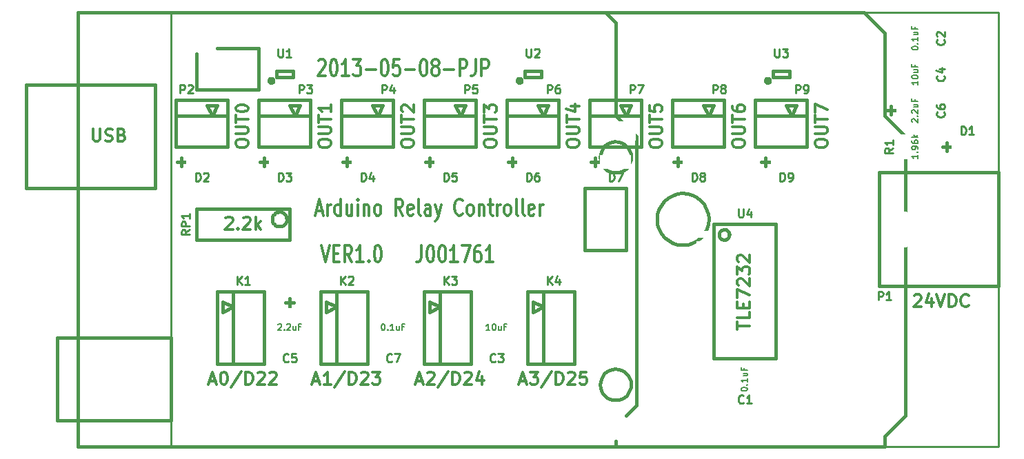
<source format=gto>
G04 (created by PCBNEW-RS274X (2011-05-25)-stable) date Wed 08 May 2013 01:19:30 PM EDT*
G01*
G70*
G90*
%MOIN*%
G04 Gerber Fmt 3.4, Leading zero omitted, Abs format*
%FSLAX34Y34*%
G04 APERTURE LIST*
%ADD10C,0.006000*%
%ADD11C,0.012000*%
%ADD12C,0.009000*%
%ADD13C,0.015000*%
%ADD14C,0.005000*%
%ADD15C,0.010000*%
%ADD16C,0.096000*%
%ADD17C,0.160000*%
%ADD18C,0.180000*%
%ADD19C,0.175000*%
%ADD20O,0.080000X0.120000*%
%ADD21C,0.080000*%
%ADD22R,0.070000X0.035000*%
%ADD23R,0.120000X0.070000*%
%ADD24R,0.070000X0.120000*%
%ADD25R,0.067000X0.067000*%
%ADD26C,0.093000*%
%ADD27R,0.093000X0.093000*%
%ADD28R,0.020500X0.027600*%
%ADD29R,0.045000X0.100000*%
G04 APERTURE END LIST*
G54D10*
G54D11*
X56544Y-40095D02*
X56830Y-40095D01*
X56487Y-40324D02*
X56687Y-39524D01*
X56887Y-40324D01*
X57087Y-40324D02*
X57087Y-39790D01*
X57087Y-39943D02*
X57115Y-39867D01*
X57144Y-39829D01*
X57201Y-39790D01*
X57258Y-39790D01*
X57715Y-40324D02*
X57715Y-39524D01*
X57715Y-40286D02*
X57658Y-40324D01*
X57544Y-40324D01*
X57486Y-40286D01*
X57458Y-40248D01*
X57429Y-40171D01*
X57429Y-39943D01*
X57458Y-39867D01*
X57486Y-39829D01*
X57544Y-39790D01*
X57658Y-39790D01*
X57715Y-39829D01*
X58258Y-39790D02*
X58258Y-40324D01*
X58001Y-39790D02*
X58001Y-40210D01*
X58029Y-40286D01*
X58087Y-40324D01*
X58172Y-40324D01*
X58229Y-40286D01*
X58258Y-40248D01*
X58544Y-40324D02*
X58544Y-39790D01*
X58544Y-39524D02*
X58515Y-39562D01*
X58544Y-39600D01*
X58572Y-39562D01*
X58544Y-39524D01*
X58544Y-39600D01*
X58830Y-39790D02*
X58830Y-40324D01*
X58830Y-39867D02*
X58858Y-39829D01*
X58916Y-39790D01*
X59001Y-39790D01*
X59058Y-39829D01*
X59087Y-39905D01*
X59087Y-40324D01*
X59459Y-40324D02*
X59401Y-40286D01*
X59373Y-40248D01*
X59344Y-40171D01*
X59344Y-39943D01*
X59373Y-39867D01*
X59401Y-39829D01*
X59459Y-39790D01*
X59544Y-39790D01*
X59601Y-39829D01*
X59630Y-39867D01*
X59659Y-39943D01*
X59659Y-40171D01*
X59630Y-40248D01*
X59601Y-40286D01*
X59544Y-40324D01*
X59459Y-40324D01*
X60716Y-40324D02*
X60516Y-39943D01*
X60373Y-40324D02*
X60373Y-39524D01*
X60601Y-39524D01*
X60659Y-39562D01*
X60687Y-39600D01*
X60716Y-39676D01*
X60716Y-39790D01*
X60687Y-39867D01*
X60659Y-39905D01*
X60601Y-39943D01*
X60373Y-39943D01*
X61201Y-40286D02*
X61144Y-40324D01*
X61030Y-40324D01*
X60973Y-40286D01*
X60944Y-40210D01*
X60944Y-39905D01*
X60973Y-39829D01*
X61030Y-39790D01*
X61144Y-39790D01*
X61201Y-39829D01*
X61230Y-39905D01*
X61230Y-39981D01*
X60944Y-40057D01*
X61573Y-40324D02*
X61515Y-40286D01*
X61487Y-40210D01*
X61487Y-39524D01*
X62058Y-40324D02*
X62058Y-39905D01*
X62029Y-39829D01*
X61972Y-39790D01*
X61858Y-39790D01*
X61801Y-39829D01*
X62058Y-40286D02*
X62001Y-40324D01*
X61858Y-40324D01*
X61801Y-40286D01*
X61772Y-40210D01*
X61772Y-40133D01*
X61801Y-40057D01*
X61858Y-40019D01*
X62001Y-40019D01*
X62058Y-39981D01*
X62287Y-39790D02*
X62430Y-40324D01*
X62572Y-39790D02*
X62430Y-40324D01*
X62372Y-40514D01*
X62344Y-40552D01*
X62287Y-40590D01*
X63601Y-40248D02*
X63572Y-40286D01*
X63486Y-40324D01*
X63429Y-40324D01*
X63344Y-40286D01*
X63286Y-40210D01*
X63258Y-40133D01*
X63229Y-39981D01*
X63229Y-39867D01*
X63258Y-39714D01*
X63286Y-39638D01*
X63344Y-39562D01*
X63429Y-39524D01*
X63486Y-39524D01*
X63572Y-39562D01*
X63601Y-39600D01*
X63944Y-40324D02*
X63886Y-40286D01*
X63858Y-40248D01*
X63829Y-40171D01*
X63829Y-39943D01*
X63858Y-39867D01*
X63886Y-39829D01*
X63944Y-39790D01*
X64029Y-39790D01*
X64086Y-39829D01*
X64115Y-39867D01*
X64144Y-39943D01*
X64144Y-40171D01*
X64115Y-40248D01*
X64086Y-40286D01*
X64029Y-40324D01*
X63944Y-40324D01*
X64401Y-39790D02*
X64401Y-40324D01*
X64401Y-39867D02*
X64429Y-39829D01*
X64487Y-39790D01*
X64572Y-39790D01*
X64629Y-39829D01*
X64658Y-39905D01*
X64658Y-40324D01*
X64858Y-39790D02*
X65087Y-39790D01*
X64944Y-39524D02*
X64944Y-40210D01*
X64972Y-40286D01*
X65030Y-40324D01*
X65087Y-40324D01*
X65287Y-40324D02*
X65287Y-39790D01*
X65287Y-39943D02*
X65315Y-39867D01*
X65344Y-39829D01*
X65401Y-39790D01*
X65458Y-39790D01*
X65744Y-40324D02*
X65686Y-40286D01*
X65658Y-40248D01*
X65629Y-40171D01*
X65629Y-39943D01*
X65658Y-39867D01*
X65686Y-39829D01*
X65744Y-39790D01*
X65829Y-39790D01*
X65886Y-39829D01*
X65915Y-39867D01*
X65944Y-39943D01*
X65944Y-40171D01*
X65915Y-40248D01*
X65886Y-40286D01*
X65829Y-40324D01*
X65744Y-40324D01*
X66287Y-40324D02*
X66229Y-40286D01*
X66201Y-40210D01*
X66201Y-39524D01*
X66601Y-40324D02*
X66543Y-40286D01*
X66515Y-40210D01*
X66515Y-39524D01*
X67057Y-40286D02*
X67000Y-40324D01*
X66886Y-40324D01*
X66829Y-40286D01*
X66800Y-40210D01*
X66800Y-39905D01*
X66829Y-39829D01*
X66886Y-39790D01*
X67000Y-39790D01*
X67057Y-39829D01*
X67086Y-39905D01*
X67086Y-39981D01*
X66800Y-40057D01*
X67343Y-40324D02*
X67343Y-39790D01*
X67343Y-39943D02*
X67371Y-39867D01*
X67400Y-39829D01*
X67457Y-39790D01*
X67514Y-39790D01*
X56637Y-32850D02*
X56666Y-32812D01*
X56723Y-32774D01*
X56866Y-32774D01*
X56923Y-32812D01*
X56952Y-32850D01*
X56980Y-32926D01*
X56980Y-33002D01*
X56952Y-33117D01*
X56609Y-33574D01*
X56980Y-33574D01*
X57351Y-32774D02*
X57408Y-32774D01*
X57465Y-32812D01*
X57494Y-32850D01*
X57523Y-32926D01*
X57551Y-33079D01*
X57551Y-33269D01*
X57523Y-33421D01*
X57494Y-33498D01*
X57465Y-33536D01*
X57408Y-33574D01*
X57351Y-33574D01*
X57294Y-33536D01*
X57265Y-33498D01*
X57237Y-33421D01*
X57208Y-33269D01*
X57208Y-33079D01*
X57237Y-32926D01*
X57265Y-32850D01*
X57294Y-32812D01*
X57351Y-32774D01*
X58122Y-33574D02*
X57779Y-33574D01*
X57951Y-33574D02*
X57951Y-32774D01*
X57894Y-32888D01*
X57836Y-32964D01*
X57779Y-33002D01*
X58322Y-32774D02*
X58693Y-32774D01*
X58493Y-33079D01*
X58579Y-33079D01*
X58636Y-33117D01*
X58665Y-33155D01*
X58693Y-33231D01*
X58693Y-33421D01*
X58665Y-33498D01*
X58636Y-33536D01*
X58579Y-33574D01*
X58407Y-33574D01*
X58350Y-33536D01*
X58322Y-33498D01*
X58950Y-33269D02*
X59407Y-33269D01*
X59807Y-32774D02*
X59864Y-32774D01*
X59921Y-32812D01*
X59950Y-32850D01*
X59979Y-32926D01*
X60007Y-33079D01*
X60007Y-33269D01*
X59979Y-33421D01*
X59950Y-33498D01*
X59921Y-33536D01*
X59864Y-33574D01*
X59807Y-33574D01*
X59750Y-33536D01*
X59721Y-33498D01*
X59693Y-33421D01*
X59664Y-33269D01*
X59664Y-33079D01*
X59693Y-32926D01*
X59721Y-32850D01*
X59750Y-32812D01*
X59807Y-32774D01*
X60550Y-32774D02*
X60264Y-32774D01*
X60235Y-33155D01*
X60264Y-33117D01*
X60321Y-33079D01*
X60464Y-33079D01*
X60521Y-33117D01*
X60550Y-33155D01*
X60578Y-33231D01*
X60578Y-33421D01*
X60550Y-33498D01*
X60521Y-33536D01*
X60464Y-33574D01*
X60321Y-33574D01*
X60264Y-33536D01*
X60235Y-33498D01*
X60835Y-33269D02*
X61292Y-33269D01*
X61692Y-32774D02*
X61749Y-32774D01*
X61806Y-32812D01*
X61835Y-32850D01*
X61864Y-32926D01*
X61892Y-33079D01*
X61892Y-33269D01*
X61864Y-33421D01*
X61835Y-33498D01*
X61806Y-33536D01*
X61749Y-33574D01*
X61692Y-33574D01*
X61635Y-33536D01*
X61606Y-33498D01*
X61578Y-33421D01*
X61549Y-33269D01*
X61549Y-33079D01*
X61578Y-32926D01*
X61606Y-32850D01*
X61635Y-32812D01*
X61692Y-32774D01*
X62235Y-33117D02*
X62177Y-33079D01*
X62149Y-33040D01*
X62120Y-32964D01*
X62120Y-32926D01*
X62149Y-32850D01*
X62177Y-32812D01*
X62235Y-32774D01*
X62349Y-32774D01*
X62406Y-32812D01*
X62435Y-32850D01*
X62463Y-32926D01*
X62463Y-32964D01*
X62435Y-33040D01*
X62406Y-33079D01*
X62349Y-33117D01*
X62235Y-33117D01*
X62177Y-33155D01*
X62149Y-33193D01*
X62120Y-33269D01*
X62120Y-33421D01*
X62149Y-33498D01*
X62177Y-33536D01*
X62235Y-33574D01*
X62349Y-33574D01*
X62406Y-33536D01*
X62435Y-33498D01*
X62463Y-33421D01*
X62463Y-33269D01*
X62435Y-33193D01*
X62406Y-33155D01*
X62349Y-33117D01*
X62720Y-33269D02*
X63177Y-33269D01*
X63463Y-33574D02*
X63463Y-32774D01*
X63691Y-32774D01*
X63749Y-32812D01*
X63777Y-32850D01*
X63806Y-32926D01*
X63806Y-33040D01*
X63777Y-33117D01*
X63749Y-33155D01*
X63691Y-33193D01*
X63463Y-33193D01*
X64234Y-32774D02*
X64234Y-33345D01*
X64206Y-33460D01*
X64149Y-33536D01*
X64063Y-33574D01*
X64006Y-33574D01*
X64520Y-33574D02*
X64520Y-32774D01*
X64748Y-32774D01*
X64806Y-32812D01*
X64834Y-32850D01*
X64863Y-32926D01*
X64863Y-33040D01*
X64834Y-33117D01*
X64806Y-33155D01*
X64748Y-33193D01*
X64520Y-33193D01*
X56765Y-41774D02*
X56965Y-42574D01*
X57165Y-41774D01*
X57365Y-42155D02*
X57565Y-42155D01*
X57651Y-42574D02*
X57365Y-42574D01*
X57365Y-41774D01*
X57651Y-41774D01*
X58251Y-42574D02*
X58051Y-42193D01*
X57908Y-42574D02*
X57908Y-41774D01*
X58136Y-41774D01*
X58194Y-41812D01*
X58222Y-41850D01*
X58251Y-41926D01*
X58251Y-42040D01*
X58222Y-42117D01*
X58194Y-42155D01*
X58136Y-42193D01*
X57908Y-42193D01*
X58822Y-42574D02*
X58479Y-42574D01*
X58651Y-42574D02*
X58651Y-41774D01*
X58594Y-41888D01*
X58536Y-41964D01*
X58479Y-42002D01*
X59079Y-42498D02*
X59107Y-42536D01*
X59079Y-42574D01*
X59050Y-42536D01*
X59079Y-42498D01*
X59079Y-42574D01*
X59479Y-41774D02*
X59536Y-41774D01*
X59593Y-41812D01*
X59622Y-41850D01*
X59651Y-41926D01*
X59679Y-42079D01*
X59679Y-42269D01*
X59651Y-42421D01*
X59622Y-42498D01*
X59593Y-42536D01*
X59536Y-42574D01*
X59479Y-42574D01*
X59422Y-42536D01*
X59393Y-42498D01*
X59365Y-42421D01*
X59336Y-42269D01*
X59336Y-42079D01*
X59365Y-41926D01*
X59393Y-41850D01*
X59422Y-41812D01*
X59479Y-41774D01*
X61623Y-41774D02*
X61623Y-42345D01*
X61595Y-42460D01*
X61538Y-42536D01*
X61452Y-42574D01*
X61395Y-42574D01*
X62023Y-41774D02*
X62080Y-41774D01*
X62137Y-41812D01*
X62166Y-41850D01*
X62195Y-41926D01*
X62223Y-42079D01*
X62223Y-42269D01*
X62195Y-42421D01*
X62166Y-42498D01*
X62137Y-42536D01*
X62080Y-42574D01*
X62023Y-42574D01*
X61966Y-42536D01*
X61937Y-42498D01*
X61909Y-42421D01*
X61880Y-42269D01*
X61880Y-42079D01*
X61909Y-41926D01*
X61937Y-41850D01*
X61966Y-41812D01*
X62023Y-41774D01*
X62594Y-41774D02*
X62651Y-41774D01*
X62708Y-41812D01*
X62737Y-41850D01*
X62766Y-41926D01*
X62794Y-42079D01*
X62794Y-42269D01*
X62766Y-42421D01*
X62737Y-42498D01*
X62708Y-42536D01*
X62651Y-42574D01*
X62594Y-42574D01*
X62537Y-42536D01*
X62508Y-42498D01*
X62480Y-42421D01*
X62451Y-42269D01*
X62451Y-42079D01*
X62480Y-41926D01*
X62508Y-41850D01*
X62537Y-41812D01*
X62594Y-41774D01*
X63365Y-42574D02*
X63022Y-42574D01*
X63194Y-42574D02*
X63194Y-41774D01*
X63137Y-41888D01*
X63079Y-41964D01*
X63022Y-42002D01*
X63565Y-41774D02*
X63965Y-41774D01*
X63708Y-42574D01*
X64450Y-41774D02*
X64336Y-41774D01*
X64279Y-41812D01*
X64250Y-41850D01*
X64193Y-41964D01*
X64164Y-42117D01*
X64164Y-42421D01*
X64193Y-42498D01*
X64221Y-42536D01*
X64279Y-42574D01*
X64393Y-42574D01*
X64450Y-42536D01*
X64479Y-42498D01*
X64507Y-42421D01*
X64507Y-42231D01*
X64479Y-42155D01*
X64450Y-42117D01*
X64393Y-42079D01*
X64279Y-42079D01*
X64221Y-42117D01*
X64193Y-42155D01*
X64164Y-42231D01*
X65078Y-42574D02*
X64735Y-42574D01*
X64907Y-42574D02*
X64907Y-41774D01*
X64850Y-41888D01*
X64792Y-41964D01*
X64735Y-42002D01*
G54D12*
X89500Y-30500D02*
X49500Y-30500D01*
X89500Y-51500D02*
X89500Y-30500D01*
X49500Y-51500D02*
X89500Y-51500D01*
X49500Y-30500D02*
X49500Y-51500D01*
G54D13*
X89500Y-38250D02*
X89500Y-43750D01*
X89500Y-43750D02*
X83750Y-43750D01*
X83750Y-43750D02*
X83750Y-38250D01*
X83750Y-38250D02*
X89500Y-38250D01*
X71750Y-48500D02*
X71735Y-48645D01*
X71693Y-48785D01*
X71624Y-48915D01*
X71532Y-49028D01*
X71419Y-49121D01*
X71290Y-49191D01*
X71150Y-49234D01*
X71005Y-49249D01*
X70860Y-49236D01*
X70720Y-49195D01*
X70590Y-49127D01*
X70476Y-49035D01*
X70382Y-48923D01*
X70311Y-48795D01*
X70267Y-48655D01*
X70251Y-48510D01*
X70263Y-48365D01*
X70303Y-48224D01*
X70370Y-48094D01*
X70461Y-47980D01*
X70572Y-47885D01*
X70700Y-47813D01*
X70839Y-47768D01*
X70985Y-47751D01*
X71130Y-47762D01*
X71271Y-47801D01*
X71401Y-47867D01*
X71517Y-47957D01*
X71612Y-48068D01*
X71685Y-48195D01*
X71731Y-48334D01*
X71749Y-48480D01*
X71750Y-48500D01*
X71750Y-37500D02*
X71735Y-37645D01*
X71693Y-37785D01*
X71624Y-37915D01*
X71532Y-38028D01*
X71419Y-38121D01*
X71290Y-38191D01*
X71150Y-38234D01*
X71005Y-38249D01*
X70860Y-38236D01*
X70720Y-38195D01*
X70590Y-38127D01*
X70476Y-38035D01*
X70382Y-37923D01*
X70311Y-37795D01*
X70267Y-37655D01*
X70251Y-37510D01*
X70263Y-37365D01*
X70303Y-37224D01*
X70370Y-37094D01*
X70461Y-36980D01*
X70572Y-36885D01*
X70700Y-36813D01*
X70839Y-36768D01*
X70985Y-36751D01*
X71130Y-36762D01*
X71271Y-36801D01*
X71401Y-36867D01*
X71517Y-36957D01*
X71612Y-37068D01*
X71685Y-37195D01*
X71731Y-37334D01*
X71749Y-37480D01*
X71750Y-37500D01*
X69500Y-42000D02*
X71500Y-42000D01*
X71500Y-42000D02*
X71500Y-39000D01*
X71500Y-39000D02*
X69500Y-39000D01*
X69500Y-39000D02*
X69500Y-42000D01*
X50750Y-34250D02*
X50750Y-32500D01*
X51750Y-32250D02*
X53750Y-32250D01*
X53750Y-32250D02*
X53750Y-34250D01*
X53750Y-34250D02*
X50750Y-34250D01*
X75500Y-40500D02*
X75476Y-40742D01*
X75405Y-40976D01*
X75291Y-41191D01*
X75136Y-41380D01*
X74948Y-41536D01*
X74734Y-41652D01*
X74501Y-41724D01*
X74258Y-41749D01*
X74016Y-41727D01*
X73782Y-41658D01*
X73566Y-41545D01*
X73376Y-41393D01*
X73219Y-41206D01*
X73102Y-40992D01*
X73028Y-40759D01*
X73001Y-40517D01*
X73021Y-40275D01*
X73088Y-40040D01*
X73200Y-39823D01*
X73351Y-39632D01*
X73537Y-39474D01*
X73750Y-39355D01*
X73982Y-39280D01*
X74224Y-39251D01*
X74467Y-39269D01*
X74702Y-39335D01*
X74919Y-39445D01*
X75112Y-39595D01*
X75271Y-39780D01*
X75391Y-39992D01*
X75468Y-40224D01*
X75499Y-40466D01*
X75500Y-40500D01*
X42500Y-39000D02*
X42500Y-34000D01*
X42500Y-34000D02*
X48750Y-34000D01*
X48750Y-34000D02*
X48750Y-39000D01*
X48750Y-39000D02*
X42500Y-39000D01*
X71000Y-51250D02*
X71000Y-51500D01*
X71500Y-50000D02*
X72000Y-49500D01*
X44000Y-50250D02*
X44000Y-46250D01*
X44000Y-46250D02*
X49500Y-46250D01*
X49500Y-46250D02*
X49500Y-50250D01*
X49500Y-50250D02*
X44000Y-50250D01*
X70500Y-30500D02*
X71000Y-31000D01*
X71000Y-31000D02*
X71000Y-35500D01*
X71000Y-35500D02*
X72000Y-36500D01*
X72000Y-36500D02*
X72000Y-49500D01*
X45000Y-51500D02*
X45000Y-30500D01*
X45000Y-30500D02*
X83000Y-30500D01*
X83000Y-30500D02*
X84000Y-31500D01*
X84000Y-31500D02*
X84000Y-35500D01*
X84000Y-35500D02*
X85000Y-36500D01*
X85000Y-36500D02*
X85000Y-50000D01*
X85000Y-50000D02*
X84000Y-51000D01*
X84000Y-51000D02*
X84000Y-51500D01*
X84000Y-51500D02*
X45000Y-51500D01*
X76500Y-41250D02*
X76495Y-41298D01*
X76481Y-41345D01*
X76458Y-41388D01*
X76427Y-41426D01*
X76389Y-41457D01*
X76346Y-41480D01*
X76300Y-41494D01*
X76251Y-41499D01*
X76204Y-41495D01*
X76157Y-41481D01*
X76114Y-41459D01*
X76076Y-41428D01*
X76044Y-41391D01*
X76021Y-41348D01*
X76006Y-41301D01*
X76001Y-41253D01*
X76005Y-41205D01*
X76018Y-41158D01*
X76040Y-41115D01*
X76071Y-41077D01*
X76108Y-41045D01*
X76150Y-41021D01*
X76197Y-41006D01*
X76245Y-41001D01*
X76293Y-41004D01*
X76340Y-41017D01*
X76383Y-41039D01*
X76422Y-41069D01*
X76454Y-41106D01*
X76478Y-41149D01*
X76493Y-41195D01*
X76499Y-41244D01*
X76500Y-41250D01*
X78750Y-40750D02*
X75750Y-40750D01*
X75750Y-40750D02*
X75750Y-47250D01*
X75750Y-47250D02*
X78750Y-47250D01*
X78750Y-47250D02*
X78750Y-40750D01*
X55050Y-44550D02*
X55450Y-44550D01*
X55250Y-44750D02*
X55250Y-44350D01*
G54D14*
X55800Y-45450D02*
X55800Y-44850D01*
X55800Y-44850D02*
X54700Y-44850D01*
X54700Y-44850D02*
X54700Y-45450D01*
X54700Y-46050D02*
X54700Y-46650D01*
X54700Y-46650D02*
X55800Y-46650D01*
X55800Y-46650D02*
X55800Y-46050D01*
G54D13*
X84300Y-35450D02*
X84300Y-35050D01*
X84500Y-35250D02*
X84100Y-35250D01*
G54D14*
X85200Y-34700D02*
X84600Y-34700D01*
X84600Y-34700D02*
X84600Y-35800D01*
X84600Y-35800D02*
X85200Y-35800D01*
X85800Y-35800D02*
X86400Y-35800D01*
X86400Y-35800D02*
X86400Y-34700D01*
X86400Y-34700D02*
X85800Y-34700D01*
X76950Y-47700D02*
X76350Y-47700D01*
X76350Y-47700D02*
X76350Y-48800D01*
X76350Y-48800D02*
X76950Y-48800D01*
X77550Y-48800D02*
X78150Y-48800D01*
X78150Y-48800D02*
X78150Y-47700D01*
X78150Y-47700D02*
X77550Y-47700D01*
X85200Y-36450D02*
X84600Y-36450D01*
X84600Y-36450D02*
X84600Y-37550D01*
X84600Y-37550D02*
X85200Y-37550D01*
X85800Y-37550D02*
X86400Y-37550D01*
X86400Y-37550D02*
X86400Y-36450D01*
X86400Y-36450D02*
X85800Y-36450D01*
X60800Y-45450D02*
X60800Y-44850D01*
X60800Y-44850D02*
X59700Y-44850D01*
X59700Y-44850D02*
X59700Y-45450D01*
X59700Y-46050D02*
X59700Y-46650D01*
X59700Y-46650D02*
X60800Y-46650D01*
X60800Y-46650D02*
X60800Y-46050D01*
X85200Y-32950D02*
X84600Y-32950D01*
X84600Y-32950D02*
X84600Y-34050D01*
X84600Y-34050D02*
X85200Y-34050D01*
X85800Y-34050D02*
X86400Y-34050D01*
X86400Y-34050D02*
X86400Y-32950D01*
X86400Y-32950D02*
X85800Y-32950D01*
X85200Y-31200D02*
X84600Y-31200D01*
X84600Y-31200D02*
X84600Y-32300D01*
X84600Y-32300D02*
X85200Y-32300D01*
X85800Y-32300D02*
X86400Y-32300D01*
X86400Y-32300D02*
X86400Y-31200D01*
X86400Y-31200D02*
X85800Y-31200D01*
X65800Y-45450D02*
X65800Y-44850D01*
X65800Y-44850D02*
X64700Y-44850D01*
X64700Y-44850D02*
X64700Y-45450D01*
X64700Y-46050D02*
X64700Y-46650D01*
X64700Y-46650D02*
X65800Y-46650D01*
X65800Y-46650D02*
X65800Y-46050D01*
G54D13*
X54000Y-37950D02*
X54000Y-37550D01*
X54200Y-37750D02*
X53800Y-37750D01*
X87000Y-37200D02*
X87000Y-36800D01*
X87200Y-37000D02*
X86800Y-37000D01*
X50000Y-37950D02*
X50000Y-37550D01*
X50200Y-37750D02*
X49800Y-37750D01*
X78250Y-37950D02*
X78250Y-37550D01*
X78450Y-37750D02*
X78050Y-37750D01*
X74000Y-37950D02*
X74000Y-37550D01*
X74200Y-37750D02*
X73800Y-37750D01*
X58000Y-37950D02*
X58000Y-37550D01*
X58200Y-37750D02*
X57800Y-37750D01*
X62000Y-37950D02*
X62000Y-37550D01*
X62200Y-37750D02*
X61800Y-37750D01*
X66000Y-37950D02*
X66000Y-37550D01*
X66200Y-37750D02*
X65800Y-37750D01*
X70000Y-37950D02*
X70000Y-37550D01*
X70200Y-37750D02*
X69800Y-37750D01*
X62000Y-45000D02*
X62500Y-44750D01*
X62500Y-44750D02*
X62000Y-44500D01*
X62000Y-44500D02*
X62000Y-45000D01*
X61750Y-47500D02*
X61750Y-44000D01*
X61750Y-44000D02*
X62500Y-44000D01*
X61750Y-47500D02*
X62500Y-47500D01*
X62500Y-47500D02*
X64000Y-47500D01*
X64000Y-47500D02*
X64000Y-44000D01*
X64000Y-44000D02*
X62500Y-44000D01*
X62500Y-44000D02*
X62500Y-47500D01*
X67000Y-45000D02*
X67500Y-44750D01*
X67500Y-44750D02*
X67000Y-44500D01*
X67000Y-44500D02*
X67000Y-45000D01*
X66750Y-47500D02*
X66750Y-44000D01*
X66750Y-44000D02*
X67500Y-44000D01*
X66750Y-47500D02*
X67500Y-47500D01*
X67500Y-47500D02*
X69000Y-47500D01*
X69000Y-47500D02*
X69000Y-44000D01*
X69000Y-44000D02*
X67500Y-44000D01*
X67500Y-44000D02*
X67500Y-47500D01*
X57000Y-45000D02*
X57500Y-44750D01*
X57500Y-44750D02*
X57000Y-44500D01*
X57000Y-44500D02*
X57000Y-45000D01*
X56750Y-47500D02*
X56750Y-44000D01*
X56750Y-44000D02*
X57500Y-44000D01*
X56750Y-47500D02*
X57500Y-47500D01*
X57500Y-47500D02*
X59000Y-47500D01*
X59000Y-47500D02*
X59000Y-44000D01*
X59000Y-44000D02*
X57500Y-44000D01*
X57500Y-44000D02*
X57500Y-47500D01*
X52000Y-45000D02*
X52500Y-44750D01*
X52500Y-44750D02*
X52000Y-44500D01*
X52000Y-44500D02*
X52000Y-45000D01*
X51750Y-47500D02*
X51750Y-44000D01*
X51750Y-44000D02*
X52500Y-44000D01*
X51750Y-47500D02*
X52500Y-47500D01*
X52500Y-47500D02*
X54000Y-47500D01*
X54000Y-47500D02*
X54000Y-44000D01*
X54000Y-44000D02*
X52500Y-44000D01*
X52500Y-44000D02*
X52500Y-47500D01*
X49750Y-37000D02*
X52250Y-37000D01*
X49750Y-35500D02*
X52250Y-35500D01*
X49750Y-34750D02*
X52250Y-34750D01*
X51250Y-35000D02*
X51500Y-35500D01*
X51500Y-35500D02*
X51750Y-35000D01*
X51750Y-35000D02*
X51250Y-35000D01*
X52250Y-34750D02*
X52250Y-35500D01*
X49750Y-34750D02*
X49750Y-35500D01*
X49750Y-35500D02*
X49750Y-37000D01*
X52250Y-37000D02*
X52250Y-35500D01*
X53750Y-37000D02*
X56250Y-37000D01*
X53750Y-35500D02*
X56250Y-35500D01*
X53750Y-34750D02*
X56250Y-34750D01*
X55250Y-35000D02*
X55500Y-35500D01*
X55500Y-35500D02*
X55750Y-35000D01*
X55750Y-35000D02*
X55250Y-35000D01*
X56250Y-34750D02*
X56250Y-35500D01*
X53750Y-34750D02*
X53750Y-35500D01*
X53750Y-35500D02*
X53750Y-37000D01*
X56250Y-37000D02*
X56250Y-35500D01*
X57750Y-37000D02*
X60250Y-37000D01*
X57750Y-35500D02*
X60250Y-35500D01*
X57750Y-34750D02*
X60250Y-34750D01*
X59250Y-35000D02*
X59500Y-35500D01*
X59500Y-35500D02*
X59750Y-35000D01*
X59750Y-35000D02*
X59250Y-35000D01*
X60250Y-34750D02*
X60250Y-35500D01*
X57750Y-34750D02*
X57750Y-35500D01*
X57750Y-35500D02*
X57750Y-37000D01*
X60250Y-37000D02*
X60250Y-35500D01*
X61750Y-37000D02*
X64250Y-37000D01*
X61750Y-35500D02*
X64250Y-35500D01*
X61750Y-34750D02*
X64250Y-34750D01*
X63250Y-35000D02*
X63500Y-35500D01*
X63500Y-35500D02*
X63750Y-35000D01*
X63750Y-35000D02*
X63250Y-35000D01*
X64250Y-34750D02*
X64250Y-35500D01*
X61750Y-34750D02*
X61750Y-35500D01*
X61750Y-35500D02*
X61750Y-37000D01*
X64250Y-37000D02*
X64250Y-35500D01*
X65750Y-37000D02*
X68250Y-37000D01*
X65750Y-35500D02*
X68250Y-35500D01*
X65750Y-34750D02*
X68250Y-34750D01*
X67250Y-35000D02*
X67500Y-35500D01*
X67500Y-35500D02*
X67750Y-35000D01*
X67750Y-35000D02*
X67250Y-35000D01*
X68250Y-34750D02*
X68250Y-35500D01*
X65750Y-34750D02*
X65750Y-35500D01*
X65750Y-35500D02*
X65750Y-37000D01*
X68250Y-37000D02*
X68250Y-35500D01*
X69750Y-37000D02*
X72250Y-37000D01*
X69750Y-35500D02*
X72250Y-35500D01*
X69750Y-34750D02*
X72250Y-34750D01*
X71250Y-35000D02*
X71500Y-35500D01*
X71500Y-35500D02*
X71750Y-35000D01*
X71750Y-35000D02*
X71250Y-35000D01*
X72250Y-34750D02*
X72250Y-35500D01*
X69750Y-34750D02*
X69750Y-35500D01*
X69750Y-35500D02*
X69750Y-37000D01*
X72250Y-37000D02*
X72250Y-35500D01*
X73750Y-37000D02*
X76250Y-37000D01*
X73750Y-35500D02*
X76250Y-35500D01*
X73750Y-34750D02*
X76250Y-34750D01*
X75250Y-35000D02*
X75500Y-35500D01*
X75500Y-35500D02*
X75750Y-35000D01*
X75750Y-35000D02*
X75250Y-35000D01*
X76250Y-34750D02*
X76250Y-35500D01*
X73750Y-34750D02*
X73750Y-35500D01*
X73750Y-35500D02*
X73750Y-37000D01*
X76250Y-37000D02*
X76250Y-35500D01*
X77750Y-37000D02*
X80250Y-37000D01*
X77750Y-35500D02*
X80250Y-35500D01*
X77750Y-34750D02*
X80250Y-34750D01*
X79250Y-35000D02*
X79500Y-35500D01*
X79500Y-35500D02*
X79750Y-35000D01*
X79750Y-35000D02*
X79250Y-35000D01*
X80250Y-34750D02*
X80250Y-35500D01*
X77750Y-34750D02*
X77750Y-35500D01*
X77750Y-35500D02*
X77750Y-37000D01*
X80250Y-37000D02*
X80250Y-35500D01*
X54450Y-33800D02*
X54448Y-33819D01*
X54442Y-33838D01*
X54433Y-33855D01*
X54420Y-33870D01*
X54405Y-33882D01*
X54388Y-33892D01*
X54370Y-33897D01*
X54350Y-33899D01*
X54332Y-33898D01*
X54313Y-33892D01*
X54296Y-33883D01*
X54281Y-33871D01*
X54268Y-33856D01*
X54259Y-33839D01*
X54253Y-33820D01*
X54251Y-33801D01*
X54252Y-33782D01*
X54258Y-33764D01*
X54266Y-33746D01*
X54279Y-33731D01*
X54293Y-33718D01*
X54310Y-33709D01*
X54329Y-33703D01*
X54348Y-33701D01*
X54367Y-33702D01*
X54386Y-33707D01*
X54403Y-33716D01*
X54418Y-33728D01*
X54431Y-33743D01*
X54441Y-33760D01*
X54447Y-33778D01*
X54449Y-33798D01*
X54450Y-33800D01*
X54600Y-33650D02*
X55400Y-33650D01*
X55400Y-33650D02*
X55400Y-33350D01*
X55400Y-33350D02*
X54600Y-33350D01*
X54600Y-33350D02*
X54600Y-33650D01*
X66450Y-33800D02*
X66448Y-33819D01*
X66442Y-33838D01*
X66433Y-33855D01*
X66420Y-33870D01*
X66405Y-33882D01*
X66388Y-33892D01*
X66370Y-33897D01*
X66350Y-33899D01*
X66332Y-33898D01*
X66313Y-33892D01*
X66296Y-33883D01*
X66281Y-33871D01*
X66268Y-33856D01*
X66259Y-33839D01*
X66253Y-33820D01*
X66251Y-33801D01*
X66252Y-33782D01*
X66258Y-33764D01*
X66266Y-33746D01*
X66279Y-33731D01*
X66293Y-33718D01*
X66310Y-33709D01*
X66329Y-33703D01*
X66348Y-33701D01*
X66367Y-33702D01*
X66386Y-33707D01*
X66403Y-33716D01*
X66418Y-33728D01*
X66431Y-33743D01*
X66441Y-33760D01*
X66447Y-33778D01*
X66449Y-33798D01*
X66450Y-33800D01*
X66600Y-33650D02*
X67400Y-33650D01*
X67400Y-33650D02*
X67400Y-33350D01*
X67400Y-33350D02*
X66600Y-33350D01*
X66600Y-33350D02*
X66600Y-33650D01*
X78450Y-33800D02*
X78448Y-33819D01*
X78442Y-33838D01*
X78433Y-33855D01*
X78420Y-33870D01*
X78405Y-33882D01*
X78388Y-33892D01*
X78370Y-33897D01*
X78350Y-33899D01*
X78332Y-33898D01*
X78313Y-33892D01*
X78296Y-33883D01*
X78281Y-33871D01*
X78268Y-33856D01*
X78259Y-33839D01*
X78253Y-33820D01*
X78251Y-33801D01*
X78252Y-33782D01*
X78258Y-33764D01*
X78266Y-33746D01*
X78279Y-33731D01*
X78293Y-33718D01*
X78310Y-33709D01*
X78329Y-33703D01*
X78348Y-33701D01*
X78367Y-33702D01*
X78386Y-33707D01*
X78403Y-33716D01*
X78418Y-33728D01*
X78431Y-33743D01*
X78441Y-33760D01*
X78447Y-33778D01*
X78449Y-33798D01*
X78450Y-33800D01*
X78600Y-33650D02*
X79400Y-33650D01*
X79400Y-33650D02*
X79400Y-33350D01*
X79400Y-33350D02*
X78600Y-33350D01*
X78600Y-33350D02*
X78600Y-33650D01*
X55103Y-40500D02*
X55096Y-40568D01*
X55076Y-40634D01*
X55044Y-40695D01*
X55000Y-40748D01*
X54947Y-40792D01*
X54886Y-40825D01*
X54820Y-40845D01*
X54752Y-40852D01*
X54684Y-40846D01*
X54618Y-40827D01*
X54557Y-40795D01*
X54504Y-40752D01*
X54459Y-40699D01*
X54426Y-40639D01*
X54405Y-40573D01*
X54398Y-40504D01*
X54403Y-40437D01*
X54422Y-40371D01*
X54454Y-40309D01*
X54497Y-40255D01*
X54549Y-40211D01*
X54609Y-40177D01*
X54675Y-40156D01*
X54743Y-40148D01*
X54811Y-40153D01*
X54877Y-40171D01*
X54939Y-40202D01*
X54993Y-40245D01*
X55038Y-40297D01*
X55072Y-40357D01*
X55094Y-40422D01*
X55102Y-40491D01*
X55103Y-40500D01*
X55250Y-41500D02*
X55250Y-40000D01*
X55250Y-40000D02*
X50750Y-40000D01*
X50750Y-40000D02*
X50750Y-41500D01*
X50750Y-41500D02*
X55250Y-41500D01*
G54D15*
X83705Y-44412D02*
X83705Y-44012D01*
X83858Y-44012D01*
X83896Y-44031D01*
X83915Y-44050D01*
X83934Y-44088D01*
X83934Y-44145D01*
X83915Y-44183D01*
X83896Y-44202D01*
X83858Y-44221D01*
X83705Y-44221D01*
X84315Y-44412D02*
X84086Y-44412D01*
X84200Y-44412D02*
X84200Y-44012D01*
X84162Y-44069D01*
X84124Y-44107D01*
X84086Y-44126D01*
G54D11*
X85436Y-44200D02*
X85465Y-44171D01*
X85522Y-44143D01*
X85665Y-44143D01*
X85722Y-44171D01*
X85751Y-44200D01*
X85779Y-44257D01*
X85779Y-44314D01*
X85751Y-44400D01*
X85408Y-44743D01*
X85779Y-44743D01*
X86293Y-44343D02*
X86293Y-44743D01*
X86150Y-44114D02*
X86007Y-44543D01*
X86379Y-44543D01*
X86521Y-44143D02*
X86721Y-44743D01*
X86921Y-44143D01*
X87121Y-44743D02*
X87121Y-44143D01*
X87264Y-44143D01*
X87349Y-44171D01*
X87407Y-44229D01*
X87435Y-44286D01*
X87464Y-44400D01*
X87464Y-44486D01*
X87435Y-44600D01*
X87407Y-44657D01*
X87349Y-44714D01*
X87264Y-44743D01*
X87121Y-44743D01*
X88064Y-44686D02*
X88035Y-44714D01*
X87949Y-44743D01*
X87892Y-44743D01*
X87807Y-44714D01*
X87749Y-44657D01*
X87721Y-44600D01*
X87692Y-44486D01*
X87692Y-44400D01*
X87721Y-44286D01*
X87749Y-44229D01*
X87807Y-44171D01*
X87892Y-44143D01*
X87949Y-44143D01*
X88035Y-44171D01*
X88064Y-44200D01*
X45743Y-36143D02*
X45743Y-36629D01*
X45771Y-36686D01*
X45800Y-36714D01*
X45857Y-36743D01*
X45971Y-36743D01*
X46029Y-36714D01*
X46057Y-36686D01*
X46086Y-36629D01*
X46086Y-36143D01*
X46343Y-36714D02*
X46429Y-36743D01*
X46572Y-36743D01*
X46629Y-36714D01*
X46658Y-36686D01*
X46686Y-36629D01*
X46686Y-36571D01*
X46658Y-36514D01*
X46629Y-36486D01*
X46572Y-36457D01*
X46458Y-36429D01*
X46400Y-36400D01*
X46372Y-36371D01*
X46343Y-36314D01*
X46343Y-36257D01*
X46372Y-36200D01*
X46400Y-36171D01*
X46458Y-36143D01*
X46600Y-36143D01*
X46686Y-36171D01*
X47143Y-36429D02*
X47229Y-36457D01*
X47257Y-36486D01*
X47286Y-36543D01*
X47286Y-36629D01*
X47257Y-36686D01*
X47229Y-36714D01*
X47171Y-36743D01*
X46943Y-36743D01*
X46943Y-36143D01*
X47143Y-36143D01*
X47200Y-36171D01*
X47229Y-36200D01*
X47257Y-36257D01*
X47257Y-36314D01*
X47229Y-36371D01*
X47200Y-36400D01*
X47143Y-36429D01*
X46943Y-36429D01*
G54D15*
X76945Y-40012D02*
X76945Y-40336D01*
X76964Y-40374D01*
X76983Y-40393D01*
X77021Y-40412D01*
X77098Y-40412D01*
X77136Y-40393D01*
X77155Y-40374D01*
X77174Y-40336D01*
X77174Y-40012D01*
X77536Y-40145D02*
X77536Y-40412D01*
X77440Y-39993D02*
X77345Y-40279D01*
X77593Y-40279D01*
G54D11*
X76893Y-45828D02*
X76893Y-45485D01*
X77493Y-45656D02*
X76893Y-45656D01*
X77493Y-44999D02*
X77493Y-45285D01*
X76893Y-45285D01*
X77179Y-44799D02*
X77179Y-44599D01*
X77493Y-44513D02*
X77493Y-44799D01*
X76893Y-44799D01*
X76893Y-44513D01*
X76893Y-44313D02*
X76893Y-43913D01*
X77493Y-44170D01*
X76950Y-43714D02*
X76921Y-43685D01*
X76893Y-43628D01*
X76893Y-43485D01*
X76921Y-43428D01*
X76950Y-43399D01*
X77007Y-43371D01*
X77064Y-43371D01*
X77150Y-43399D01*
X77493Y-43742D01*
X77493Y-43371D01*
X76893Y-43171D02*
X76893Y-42800D01*
X77121Y-43000D01*
X77121Y-42914D01*
X77150Y-42857D01*
X77179Y-42828D01*
X77236Y-42800D01*
X77379Y-42800D01*
X77436Y-42828D01*
X77464Y-42857D01*
X77493Y-42914D01*
X77493Y-43086D01*
X77464Y-43143D01*
X77436Y-43171D01*
X76950Y-42572D02*
X76921Y-42543D01*
X76893Y-42486D01*
X76893Y-42343D01*
X76921Y-42286D01*
X76950Y-42257D01*
X77007Y-42229D01*
X77064Y-42229D01*
X77150Y-42257D01*
X77493Y-42600D01*
X77493Y-42229D01*
G54D15*
X55184Y-47374D02*
X55165Y-47393D01*
X55108Y-47412D01*
X55070Y-47412D01*
X55012Y-47393D01*
X54974Y-47355D01*
X54955Y-47317D01*
X54936Y-47240D01*
X54936Y-47183D01*
X54955Y-47107D01*
X54974Y-47069D01*
X55012Y-47031D01*
X55070Y-47012D01*
X55108Y-47012D01*
X55165Y-47031D01*
X55184Y-47050D01*
X55546Y-47012D02*
X55355Y-47012D01*
X55336Y-47202D01*
X55355Y-47183D01*
X55393Y-47164D01*
X55489Y-47164D01*
X55527Y-47183D01*
X55546Y-47202D01*
X55565Y-47240D01*
X55565Y-47336D01*
X55546Y-47374D01*
X55527Y-47393D01*
X55489Y-47412D01*
X55393Y-47412D01*
X55355Y-47393D01*
X55336Y-47374D01*
G54D14*
X54686Y-45600D02*
X54700Y-45586D01*
X54729Y-45571D01*
X54800Y-45571D01*
X54829Y-45586D01*
X54843Y-45600D01*
X54858Y-45629D01*
X54858Y-45657D01*
X54843Y-45700D01*
X54672Y-45871D01*
X54858Y-45871D01*
X54986Y-45843D02*
X55001Y-45857D01*
X54986Y-45871D01*
X54972Y-45857D01*
X54986Y-45843D01*
X54986Y-45871D01*
X55115Y-45600D02*
X55129Y-45586D01*
X55158Y-45571D01*
X55229Y-45571D01*
X55258Y-45586D01*
X55272Y-45600D01*
X55287Y-45629D01*
X55287Y-45657D01*
X55272Y-45700D01*
X55101Y-45871D01*
X55287Y-45871D01*
X55544Y-45671D02*
X55544Y-45871D01*
X55415Y-45671D02*
X55415Y-45829D01*
X55430Y-45857D01*
X55458Y-45871D01*
X55501Y-45871D01*
X55530Y-45857D01*
X55544Y-45843D01*
X55786Y-45714D02*
X55686Y-45714D01*
X55686Y-45871D02*
X55686Y-45571D01*
X55829Y-45571D01*
G54D15*
X86874Y-35316D02*
X86893Y-35335D01*
X86912Y-35392D01*
X86912Y-35430D01*
X86893Y-35488D01*
X86855Y-35526D01*
X86817Y-35545D01*
X86740Y-35564D01*
X86683Y-35564D01*
X86607Y-35545D01*
X86569Y-35526D01*
X86531Y-35488D01*
X86512Y-35430D01*
X86512Y-35392D01*
X86531Y-35335D01*
X86550Y-35316D01*
X86512Y-34973D02*
X86512Y-35050D01*
X86531Y-35088D01*
X86550Y-35107D01*
X86607Y-35145D01*
X86683Y-35164D01*
X86836Y-35164D01*
X86874Y-35145D01*
X86893Y-35126D01*
X86912Y-35088D01*
X86912Y-35011D01*
X86893Y-34973D01*
X86874Y-34954D01*
X86836Y-34935D01*
X86740Y-34935D01*
X86702Y-34954D01*
X86683Y-34973D01*
X86664Y-35011D01*
X86664Y-35088D01*
X86683Y-35126D01*
X86702Y-35145D01*
X86740Y-35164D01*
G54D14*
X85350Y-35814D02*
X85336Y-35800D01*
X85321Y-35771D01*
X85321Y-35700D01*
X85336Y-35671D01*
X85350Y-35657D01*
X85379Y-35642D01*
X85407Y-35642D01*
X85450Y-35657D01*
X85621Y-35828D01*
X85621Y-35642D01*
X85593Y-35514D02*
X85607Y-35499D01*
X85621Y-35514D01*
X85607Y-35528D01*
X85593Y-35514D01*
X85621Y-35514D01*
X85350Y-35385D02*
X85336Y-35371D01*
X85321Y-35342D01*
X85321Y-35271D01*
X85336Y-35242D01*
X85350Y-35228D01*
X85379Y-35213D01*
X85407Y-35213D01*
X85450Y-35228D01*
X85621Y-35399D01*
X85621Y-35213D01*
X85421Y-34956D02*
X85621Y-34956D01*
X85421Y-35085D02*
X85579Y-35085D01*
X85607Y-35070D01*
X85621Y-35042D01*
X85621Y-34999D01*
X85607Y-34970D01*
X85593Y-34956D01*
X85464Y-34714D02*
X85464Y-34814D01*
X85621Y-34814D02*
X85321Y-34814D01*
X85321Y-34671D01*
G54D15*
X77184Y-49374D02*
X77165Y-49393D01*
X77108Y-49412D01*
X77070Y-49412D01*
X77012Y-49393D01*
X76974Y-49355D01*
X76955Y-49317D01*
X76936Y-49240D01*
X76936Y-49183D01*
X76955Y-49107D01*
X76974Y-49069D01*
X77012Y-49031D01*
X77070Y-49012D01*
X77108Y-49012D01*
X77165Y-49031D01*
X77184Y-49050D01*
X77565Y-49412D02*
X77336Y-49412D01*
X77450Y-49412D02*
X77450Y-49012D01*
X77412Y-49069D01*
X77374Y-49107D01*
X77336Y-49126D01*
G54D14*
X77071Y-48742D02*
X77071Y-48714D01*
X77086Y-48685D01*
X77100Y-48671D01*
X77129Y-48657D01*
X77186Y-48642D01*
X77257Y-48642D01*
X77314Y-48657D01*
X77343Y-48671D01*
X77357Y-48685D01*
X77371Y-48714D01*
X77371Y-48742D01*
X77357Y-48771D01*
X77343Y-48785D01*
X77314Y-48800D01*
X77257Y-48814D01*
X77186Y-48814D01*
X77129Y-48800D01*
X77100Y-48785D01*
X77086Y-48771D01*
X77071Y-48742D01*
X77343Y-48514D02*
X77357Y-48499D01*
X77371Y-48514D01*
X77357Y-48528D01*
X77343Y-48514D01*
X77371Y-48514D01*
X77371Y-48213D02*
X77371Y-48385D01*
X77371Y-48299D02*
X77071Y-48299D01*
X77114Y-48328D01*
X77143Y-48356D01*
X77157Y-48385D01*
X77171Y-47956D02*
X77371Y-47956D01*
X77171Y-48085D02*
X77329Y-48085D01*
X77357Y-48070D01*
X77371Y-48042D01*
X77371Y-47999D01*
X77357Y-47970D01*
X77343Y-47956D01*
X77214Y-47714D02*
X77214Y-47814D01*
X77371Y-47814D02*
X77071Y-47814D01*
X77071Y-47671D01*
G54D15*
X84412Y-37066D02*
X84221Y-37200D01*
X84412Y-37295D02*
X84012Y-37295D01*
X84012Y-37142D01*
X84031Y-37104D01*
X84050Y-37085D01*
X84088Y-37066D01*
X84145Y-37066D01*
X84183Y-37085D01*
X84202Y-37104D01*
X84221Y-37142D01*
X84221Y-37295D01*
X84412Y-36685D02*
X84412Y-36914D01*
X84412Y-36800D02*
X84012Y-36800D01*
X84069Y-36838D01*
X84107Y-36876D01*
X84126Y-36914D01*
G54D14*
X85621Y-37393D02*
X85621Y-37565D01*
X85621Y-37479D02*
X85321Y-37479D01*
X85364Y-37508D01*
X85393Y-37536D01*
X85407Y-37565D01*
X85593Y-37265D02*
X85607Y-37250D01*
X85621Y-37265D01*
X85607Y-37279D01*
X85593Y-37265D01*
X85621Y-37265D01*
X85621Y-37107D02*
X85621Y-37050D01*
X85607Y-37022D01*
X85593Y-37007D01*
X85550Y-36979D01*
X85493Y-36964D01*
X85379Y-36964D01*
X85350Y-36979D01*
X85336Y-36993D01*
X85321Y-37022D01*
X85321Y-37079D01*
X85336Y-37107D01*
X85350Y-37122D01*
X85379Y-37136D01*
X85450Y-37136D01*
X85479Y-37122D01*
X85493Y-37107D01*
X85507Y-37079D01*
X85507Y-37022D01*
X85493Y-36993D01*
X85479Y-36979D01*
X85450Y-36964D01*
X85321Y-36707D02*
X85321Y-36764D01*
X85336Y-36793D01*
X85350Y-36807D01*
X85393Y-36836D01*
X85450Y-36850D01*
X85564Y-36850D01*
X85593Y-36836D01*
X85607Y-36821D01*
X85621Y-36793D01*
X85621Y-36736D01*
X85607Y-36707D01*
X85593Y-36693D01*
X85564Y-36678D01*
X85493Y-36678D01*
X85464Y-36693D01*
X85450Y-36707D01*
X85436Y-36736D01*
X85436Y-36793D01*
X85450Y-36821D01*
X85464Y-36836D01*
X85493Y-36850D01*
X85621Y-36550D02*
X85321Y-36550D01*
X85507Y-36521D02*
X85621Y-36435D01*
X85421Y-36435D02*
X85536Y-36550D01*
G54D15*
X60184Y-47374D02*
X60165Y-47393D01*
X60108Y-47412D01*
X60070Y-47412D01*
X60012Y-47393D01*
X59974Y-47355D01*
X59955Y-47317D01*
X59936Y-47240D01*
X59936Y-47183D01*
X59955Y-47107D01*
X59974Y-47069D01*
X60012Y-47031D01*
X60070Y-47012D01*
X60108Y-47012D01*
X60165Y-47031D01*
X60184Y-47050D01*
X60317Y-47012D02*
X60584Y-47012D01*
X60412Y-47412D01*
G54D14*
X59758Y-45571D02*
X59786Y-45571D01*
X59815Y-45586D01*
X59829Y-45600D01*
X59843Y-45629D01*
X59858Y-45686D01*
X59858Y-45757D01*
X59843Y-45814D01*
X59829Y-45843D01*
X59815Y-45857D01*
X59786Y-45871D01*
X59758Y-45871D01*
X59729Y-45857D01*
X59715Y-45843D01*
X59700Y-45814D01*
X59686Y-45757D01*
X59686Y-45686D01*
X59700Y-45629D01*
X59715Y-45600D01*
X59729Y-45586D01*
X59758Y-45571D01*
X59986Y-45843D02*
X60001Y-45857D01*
X59986Y-45871D01*
X59972Y-45857D01*
X59986Y-45843D01*
X59986Y-45871D01*
X60287Y-45871D02*
X60115Y-45871D01*
X60201Y-45871D02*
X60201Y-45571D01*
X60172Y-45614D01*
X60144Y-45643D01*
X60115Y-45657D01*
X60544Y-45671D02*
X60544Y-45871D01*
X60415Y-45671D02*
X60415Y-45829D01*
X60430Y-45857D01*
X60458Y-45871D01*
X60501Y-45871D01*
X60530Y-45857D01*
X60544Y-45843D01*
X60786Y-45714D02*
X60686Y-45714D01*
X60686Y-45871D02*
X60686Y-45571D01*
X60829Y-45571D01*
G54D15*
X86874Y-33566D02*
X86893Y-33585D01*
X86912Y-33642D01*
X86912Y-33680D01*
X86893Y-33738D01*
X86855Y-33776D01*
X86817Y-33795D01*
X86740Y-33814D01*
X86683Y-33814D01*
X86607Y-33795D01*
X86569Y-33776D01*
X86531Y-33738D01*
X86512Y-33680D01*
X86512Y-33642D01*
X86531Y-33585D01*
X86550Y-33566D01*
X86645Y-33223D02*
X86912Y-33223D01*
X86493Y-33319D02*
X86779Y-33414D01*
X86779Y-33166D01*
G54D14*
X85621Y-33821D02*
X85621Y-33993D01*
X85621Y-33907D02*
X85321Y-33907D01*
X85364Y-33936D01*
X85393Y-33964D01*
X85407Y-33993D01*
X85321Y-33635D02*
X85321Y-33607D01*
X85336Y-33578D01*
X85350Y-33564D01*
X85379Y-33550D01*
X85436Y-33535D01*
X85507Y-33535D01*
X85564Y-33550D01*
X85593Y-33564D01*
X85607Y-33578D01*
X85621Y-33607D01*
X85621Y-33635D01*
X85607Y-33664D01*
X85593Y-33678D01*
X85564Y-33693D01*
X85507Y-33707D01*
X85436Y-33707D01*
X85379Y-33693D01*
X85350Y-33678D01*
X85336Y-33664D01*
X85321Y-33635D01*
X85421Y-33278D02*
X85621Y-33278D01*
X85421Y-33407D02*
X85579Y-33407D01*
X85607Y-33392D01*
X85621Y-33364D01*
X85621Y-33321D01*
X85607Y-33292D01*
X85593Y-33278D01*
X85464Y-33036D02*
X85464Y-33136D01*
X85621Y-33136D02*
X85321Y-33136D01*
X85321Y-32993D01*
G54D15*
X86874Y-31816D02*
X86893Y-31835D01*
X86912Y-31892D01*
X86912Y-31930D01*
X86893Y-31988D01*
X86855Y-32026D01*
X86817Y-32045D01*
X86740Y-32064D01*
X86683Y-32064D01*
X86607Y-32045D01*
X86569Y-32026D01*
X86531Y-31988D01*
X86512Y-31930D01*
X86512Y-31892D01*
X86531Y-31835D01*
X86550Y-31816D01*
X86550Y-31664D02*
X86531Y-31645D01*
X86512Y-31607D01*
X86512Y-31511D01*
X86531Y-31473D01*
X86550Y-31454D01*
X86588Y-31435D01*
X86626Y-31435D01*
X86683Y-31454D01*
X86912Y-31683D01*
X86912Y-31435D01*
G54D14*
X85321Y-32242D02*
X85321Y-32214D01*
X85336Y-32185D01*
X85350Y-32171D01*
X85379Y-32157D01*
X85436Y-32142D01*
X85507Y-32142D01*
X85564Y-32157D01*
X85593Y-32171D01*
X85607Y-32185D01*
X85621Y-32214D01*
X85621Y-32242D01*
X85607Y-32271D01*
X85593Y-32285D01*
X85564Y-32300D01*
X85507Y-32314D01*
X85436Y-32314D01*
X85379Y-32300D01*
X85350Y-32285D01*
X85336Y-32271D01*
X85321Y-32242D01*
X85593Y-32014D02*
X85607Y-31999D01*
X85621Y-32014D01*
X85607Y-32028D01*
X85593Y-32014D01*
X85621Y-32014D01*
X85621Y-31713D02*
X85621Y-31885D01*
X85621Y-31799D02*
X85321Y-31799D01*
X85364Y-31828D01*
X85393Y-31856D01*
X85407Y-31885D01*
X85421Y-31456D02*
X85621Y-31456D01*
X85421Y-31585D02*
X85579Y-31585D01*
X85607Y-31570D01*
X85621Y-31542D01*
X85621Y-31499D01*
X85607Y-31470D01*
X85593Y-31456D01*
X85464Y-31214D02*
X85464Y-31314D01*
X85621Y-31314D02*
X85321Y-31314D01*
X85321Y-31171D01*
G54D15*
X65184Y-47374D02*
X65165Y-47393D01*
X65108Y-47412D01*
X65070Y-47412D01*
X65012Y-47393D01*
X64974Y-47355D01*
X64955Y-47317D01*
X64936Y-47240D01*
X64936Y-47183D01*
X64955Y-47107D01*
X64974Y-47069D01*
X65012Y-47031D01*
X65070Y-47012D01*
X65108Y-47012D01*
X65165Y-47031D01*
X65184Y-47050D01*
X65317Y-47012D02*
X65565Y-47012D01*
X65431Y-47164D01*
X65489Y-47164D01*
X65527Y-47183D01*
X65546Y-47202D01*
X65565Y-47240D01*
X65565Y-47336D01*
X65546Y-47374D01*
X65527Y-47393D01*
X65489Y-47412D01*
X65374Y-47412D01*
X65336Y-47393D01*
X65317Y-47374D01*
G54D14*
X64929Y-45871D02*
X64757Y-45871D01*
X64843Y-45871D02*
X64843Y-45571D01*
X64814Y-45614D01*
X64786Y-45643D01*
X64757Y-45657D01*
X65115Y-45571D02*
X65143Y-45571D01*
X65172Y-45586D01*
X65186Y-45600D01*
X65200Y-45629D01*
X65215Y-45686D01*
X65215Y-45757D01*
X65200Y-45814D01*
X65186Y-45843D01*
X65172Y-45857D01*
X65143Y-45871D01*
X65115Y-45871D01*
X65086Y-45857D01*
X65072Y-45843D01*
X65057Y-45814D01*
X65043Y-45757D01*
X65043Y-45686D01*
X65057Y-45629D01*
X65072Y-45600D01*
X65086Y-45586D01*
X65115Y-45571D01*
X65472Y-45671D02*
X65472Y-45871D01*
X65343Y-45671D02*
X65343Y-45829D01*
X65358Y-45857D01*
X65386Y-45871D01*
X65429Y-45871D01*
X65458Y-45857D01*
X65472Y-45843D01*
X65714Y-45714D02*
X65614Y-45714D01*
X65614Y-45871D02*
X65614Y-45571D01*
X65757Y-45571D01*
G54D15*
X54705Y-38662D02*
X54705Y-38262D01*
X54800Y-38262D01*
X54858Y-38281D01*
X54896Y-38319D01*
X54915Y-38357D01*
X54934Y-38433D01*
X54934Y-38490D01*
X54915Y-38567D01*
X54896Y-38605D01*
X54858Y-38643D01*
X54800Y-38662D01*
X54705Y-38662D01*
X55067Y-38262D02*
X55315Y-38262D01*
X55181Y-38414D01*
X55239Y-38414D01*
X55277Y-38433D01*
X55296Y-38452D01*
X55315Y-38490D01*
X55315Y-38586D01*
X55296Y-38624D01*
X55277Y-38643D01*
X55239Y-38662D01*
X55124Y-38662D01*
X55086Y-38643D01*
X55067Y-38624D01*
X87705Y-36412D02*
X87705Y-36012D01*
X87800Y-36012D01*
X87858Y-36031D01*
X87896Y-36069D01*
X87915Y-36107D01*
X87934Y-36183D01*
X87934Y-36240D01*
X87915Y-36317D01*
X87896Y-36355D01*
X87858Y-36393D01*
X87800Y-36412D01*
X87705Y-36412D01*
X88315Y-36412D02*
X88086Y-36412D01*
X88200Y-36412D02*
X88200Y-36012D01*
X88162Y-36069D01*
X88124Y-36107D01*
X88086Y-36126D01*
X50705Y-38662D02*
X50705Y-38262D01*
X50800Y-38262D01*
X50858Y-38281D01*
X50896Y-38319D01*
X50915Y-38357D01*
X50934Y-38433D01*
X50934Y-38490D01*
X50915Y-38567D01*
X50896Y-38605D01*
X50858Y-38643D01*
X50800Y-38662D01*
X50705Y-38662D01*
X51086Y-38300D02*
X51105Y-38281D01*
X51143Y-38262D01*
X51239Y-38262D01*
X51277Y-38281D01*
X51296Y-38300D01*
X51315Y-38338D01*
X51315Y-38376D01*
X51296Y-38433D01*
X51067Y-38662D01*
X51315Y-38662D01*
X78955Y-38662D02*
X78955Y-38262D01*
X79050Y-38262D01*
X79108Y-38281D01*
X79146Y-38319D01*
X79165Y-38357D01*
X79184Y-38433D01*
X79184Y-38490D01*
X79165Y-38567D01*
X79146Y-38605D01*
X79108Y-38643D01*
X79050Y-38662D01*
X78955Y-38662D01*
X79374Y-38662D02*
X79450Y-38662D01*
X79489Y-38643D01*
X79508Y-38624D01*
X79546Y-38567D01*
X79565Y-38490D01*
X79565Y-38338D01*
X79546Y-38300D01*
X79527Y-38281D01*
X79489Y-38262D01*
X79412Y-38262D01*
X79374Y-38281D01*
X79355Y-38300D01*
X79336Y-38338D01*
X79336Y-38433D01*
X79355Y-38471D01*
X79374Y-38490D01*
X79412Y-38510D01*
X79489Y-38510D01*
X79527Y-38490D01*
X79546Y-38471D01*
X79565Y-38433D01*
X74705Y-38662D02*
X74705Y-38262D01*
X74800Y-38262D01*
X74858Y-38281D01*
X74896Y-38319D01*
X74915Y-38357D01*
X74934Y-38433D01*
X74934Y-38490D01*
X74915Y-38567D01*
X74896Y-38605D01*
X74858Y-38643D01*
X74800Y-38662D01*
X74705Y-38662D01*
X75162Y-38433D02*
X75124Y-38414D01*
X75105Y-38395D01*
X75086Y-38357D01*
X75086Y-38338D01*
X75105Y-38300D01*
X75124Y-38281D01*
X75162Y-38262D01*
X75239Y-38262D01*
X75277Y-38281D01*
X75296Y-38300D01*
X75315Y-38338D01*
X75315Y-38357D01*
X75296Y-38395D01*
X75277Y-38414D01*
X75239Y-38433D01*
X75162Y-38433D01*
X75124Y-38452D01*
X75105Y-38471D01*
X75086Y-38510D01*
X75086Y-38586D01*
X75105Y-38624D01*
X75124Y-38643D01*
X75162Y-38662D01*
X75239Y-38662D01*
X75277Y-38643D01*
X75296Y-38624D01*
X75315Y-38586D01*
X75315Y-38510D01*
X75296Y-38471D01*
X75277Y-38452D01*
X75239Y-38433D01*
X58705Y-38662D02*
X58705Y-38262D01*
X58800Y-38262D01*
X58858Y-38281D01*
X58896Y-38319D01*
X58915Y-38357D01*
X58934Y-38433D01*
X58934Y-38490D01*
X58915Y-38567D01*
X58896Y-38605D01*
X58858Y-38643D01*
X58800Y-38662D01*
X58705Y-38662D01*
X59277Y-38395D02*
X59277Y-38662D01*
X59181Y-38243D02*
X59086Y-38529D01*
X59334Y-38529D01*
X62705Y-38662D02*
X62705Y-38262D01*
X62800Y-38262D01*
X62858Y-38281D01*
X62896Y-38319D01*
X62915Y-38357D01*
X62934Y-38433D01*
X62934Y-38490D01*
X62915Y-38567D01*
X62896Y-38605D01*
X62858Y-38643D01*
X62800Y-38662D01*
X62705Y-38662D01*
X63296Y-38262D02*
X63105Y-38262D01*
X63086Y-38452D01*
X63105Y-38433D01*
X63143Y-38414D01*
X63239Y-38414D01*
X63277Y-38433D01*
X63296Y-38452D01*
X63315Y-38490D01*
X63315Y-38586D01*
X63296Y-38624D01*
X63277Y-38643D01*
X63239Y-38662D01*
X63143Y-38662D01*
X63105Y-38643D01*
X63086Y-38624D01*
X66705Y-38662D02*
X66705Y-38262D01*
X66800Y-38262D01*
X66858Y-38281D01*
X66896Y-38319D01*
X66915Y-38357D01*
X66934Y-38433D01*
X66934Y-38490D01*
X66915Y-38567D01*
X66896Y-38605D01*
X66858Y-38643D01*
X66800Y-38662D01*
X66705Y-38662D01*
X67277Y-38262D02*
X67200Y-38262D01*
X67162Y-38281D01*
X67143Y-38300D01*
X67105Y-38357D01*
X67086Y-38433D01*
X67086Y-38586D01*
X67105Y-38624D01*
X67124Y-38643D01*
X67162Y-38662D01*
X67239Y-38662D01*
X67277Y-38643D01*
X67296Y-38624D01*
X67315Y-38586D01*
X67315Y-38490D01*
X67296Y-38452D01*
X67277Y-38433D01*
X67239Y-38414D01*
X67162Y-38414D01*
X67124Y-38433D01*
X67105Y-38452D01*
X67086Y-38490D01*
X70705Y-38662D02*
X70705Y-38262D01*
X70800Y-38262D01*
X70858Y-38281D01*
X70896Y-38319D01*
X70915Y-38357D01*
X70934Y-38433D01*
X70934Y-38490D01*
X70915Y-38567D01*
X70896Y-38605D01*
X70858Y-38643D01*
X70800Y-38662D01*
X70705Y-38662D01*
X71067Y-38262D02*
X71334Y-38262D01*
X71162Y-38662D01*
X62705Y-43662D02*
X62705Y-43262D01*
X62934Y-43662D02*
X62762Y-43433D01*
X62934Y-43262D02*
X62705Y-43490D01*
X63067Y-43262D02*
X63315Y-43262D01*
X63181Y-43414D01*
X63239Y-43414D01*
X63277Y-43433D01*
X63296Y-43452D01*
X63315Y-43490D01*
X63315Y-43586D01*
X63296Y-43624D01*
X63277Y-43643D01*
X63239Y-43662D01*
X63124Y-43662D01*
X63086Y-43643D01*
X63067Y-43624D01*
G54D11*
X61386Y-48321D02*
X61672Y-48321D01*
X61329Y-48493D02*
X61529Y-47893D01*
X61729Y-48493D01*
X61900Y-47950D02*
X61929Y-47921D01*
X61986Y-47893D01*
X62129Y-47893D01*
X62186Y-47921D01*
X62215Y-47950D01*
X62243Y-48007D01*
X62243Y-48064D01*
X62215Y-48150D01*
X61872Y-48493D01*
X62243Y-48493D01*
X62928Y-47864D02*
X62414Y-48636D01*
X63129Y-48493D02*
X63129Y-47893D01*
X63272Y-47893D01*
X63357Y-47921D01*
X63415Y-47979D01*
X63443Y-48036D01*
X63472Y-48150D01*
X63472Y-48236D01*
X63443Y-48350D01*
X63415Y-48407D01*
X63357Y-48464D01*
X63272Y-48493D01*
X63129Y-48493D01*
X63700Y-47950D02*
X63729Y-47921D01*
X63786Y-47893D01*
X63929Y-47893D01*
X63986Y-47921D01*
X64015Y-47950D01*
X64043Y-48007D01*
X64043Y-48064D01*
X64015Y-48150D01*
X63672Y-48493D01*
X64043Y-48493D01*
X64557Y-48093D02*
X64557Y-48493D01*
X64414Y-47864D02*
X64271Y-48293D01*
X64643Y-48293D01*
G54D15*
X67705Y-43662D02*
X67705Y-43262D01*
X67934Y-43662D02*
X67762Y-43433D01*
X67934Y-43262D02*
X67705Y-43490D01*
X68277Y-43395D02*
X68277Y-43662D01*
X68181Y-43243D02*
X68086Y-43529D01*
X68334Y-43529D01*
G54D11*
X66386Y-48321D02*
X66672Y-48321D01*
X66329Y-48493D02*
X66529Y-47893D01*
X66729Y-48493D01*
X66872Y-47893D02*
X67243Y-47893D01*
X67043Y-48121D01*
X67129Y-48121D01*
X67186Y-48150D01*
X67215Y-48179D01*
X67243Y-48236D01*
X67243Y-48379D01*
X67215Y-48436D01*
X67186Y-48464D01*
X67129Y-48493D01*
X66957Y-48493D01*
X66900Y-48464D01*
X66872Y-48436D01*
X67928Y-47864D02*
X67414Y-48636D01*
X68129Y-48493D02*
X68129Y-47893D01*
X68272Y-47893D01*
X68357Y-47921D01*
X68415Y-47979D01*
X68443Y-48036D01*
X68472Y-48150D01*
X68472Y-48236D01*
X68443Y-48350D01*
X68415Y-48407D01*
X68357Y-48464D01*
X68272Y-48493D01*
X68129Y-48493D01*
X68700Y-47950D02*
X68729Y-47921D01*
X68786Y-47893D01*
X68929Y-47893D01*
X68986Y-47921D01*
X69015Y-47950D01*
X69043Y-48007D01*
X69043Y-48064D01*
X69015Y-48150D01*
X68672Y-48493D01*
X69043Y-48493D01*
X69586Y-47893D02*
X69300Y-47893D01*
X69271Y-48179D01*
X69300Y-48150D01*
X69357Y-48121D01*
X69500Y-48121D01*
X69557Y-48150D01*
X69586Y-48179D01*
X69614Y-48236D01*
X69614Y-48379D01*
X69586Y-48436D01*
X69557Y-48464D01*
X69500Y-48493D01*
X69357Y-48493D01*
X69300Y-48464D01*
X69271Y-48436D01*
G54D15*
X57705Y-43662D02*
X57705Y-43262D01*
X57934Y-43662D02*
X57762Y-43433D01*
X57934Y-43262D02*
X57705Y-43490D01*
X58086Y-43300D02*
X58105Y-43281D01*
X58143Y-43262D01*
X58239Y-43262D01*
X58277Y-43281D01*
X58296Y-43300D01*
X58315Y-43338D01*
X58315Y-43376D01*
X58296Y-43433D01*
X58067Y-43662D01*
X58315Y-43662D01*
G54D11*
X56386Y-48321D02*
X56672Y-48321D01*
X56329Y-48493D02*
X56529Y-47893D01*
X56729Y-48493D01*
X57243Y-48493D02*
X56900Y-48493D01*
X57072Y-48493D02*
X57072Y-47893D01*
X57015Y-47979D01*
X56957Y-48036D01*
X56900Y-48064D01*
X57928Y-47864D02*
X57414Y-48636D01*
X58129Y-48493D02*
X58129Y-47893D01*
X58272Y-47893D01*
X58357Y-47921D01*
X58415Y-47979D01*
X58443Y-48036D01*
X58472Y-48150D01*
X58472Y-48236D01*
X58443Y-48350D01*
X58415Y-48407D01*
X58357Y-48464D01*
X58272Y-48493D01*
X58129Y-48493D01*
X58700Y-47950D02*
X58729Y-47921D01*
X58786Y-47893D01*
X58929Y-47893D01*
X58986Y-47921D01*
X59015Y-47950D01*
X59043Y-48007D01*
X59043Y-48064D01*
X59015Y-48150D01*
X58672Y-48493D01*
X59043Y-48493D01*
X59243Y-47893D02*
X59614Y-47893D01*
X59414Y-48121D01*
X59500Y-48121D01*
X59557Y-48150D01*
X59586Y-48179D01*
X59614Y-48236D01*
X59614Y-48379D01*
X59586Y-48436D01*
X59557Y-48464D01*
X59500Y-48493D01*
X59328Y-48493D01*
X59271Y-48464D01*
X59243Y-48436D01*
G54D15*
X52705Y-43662D02*
X52705Y-43262D01*
X52934Y-43662D02*
X52762Y-43433D01*
X52934Y-43262D02*
X52705Y-43490D01*
X53315Y-43662D02*
X53086Y-43662D01*
X53200Y-43662D02*
X53200Y-43262D01*
X53162Y-43319D01*
X53124Y-43357D01*
X53086Y-43376D01*
G54D11*
X51386Y-48321D02*
X51672Y-48321D01*
X51329Y-48493D02*
X51529Y-47893D01*
X51729Y-48493D01*
X52043Y-47893D02*
X52100Y-47893D01*
X52157Y-47921D01*
X52186Y-47950D01*
X52215Y-48007D01*
X52243Y-48121D01*
X52243Y-48264D01*
X52215Y-48379D01*
X52186Y-48436D01*
X52157Y-48464D01*
X52100Y-48493D01*
X52043Y-48493D01*
X51986Y-48464D01*
X51957Y-48436D01*
X51929Y-48379D01*
X51900Y-48264D01*
X51900Y-48121D01*
X51929Y-48007D01*
X51957Y-47950D01*
X51986Y-47921D01*
X52043Y-47893D01*
X52928Y-47864D02*
X52414Y-48636D01*
X53129Y-48493D02*
X53129Y-47893D01*
X53272Y-47893D01*
X53357Y-47921D01*
X53415Y-47979D01*
X53443Y-48036D01*
X53472Y-48150D01*
X53472Y-48236D01*
X53443Y-48350D01*
X53415Y-48407D01*
X53357Y-48464D01*
X53272Y-48493D01*
X53129Y-48493D01*
X53700Y-47950D02*
X53729Y-47921D01*
X53786Y-47893D01*
X53929Y-47893D01*
X53986Y-47921D01*
X54015Y-47950D01*
X54043Y-48007D01*
X54043Y-48064D01*
X54015Y-48150D01*
X53672Y-48493D01*
X54043Y-48493D01*
X54271Y-47950D02*
X54300Y-47921D01*
X54357Y-47893D01*
X54500Y-47893D01*
X54557Y-47921D01*
X54586Y-47950D01*
X54614Y-48007D01*
X54614Y-48064D01*
X54586Y-48150D01*
X54243Y-48493D01*
X54614Y-48493D01*
G54D15*
X49955Y-34412D02*
X49955Y-34012D01*
X50108Y-34012D01*
X50146Y-34031D01*
X50165Y-34050D01*
X50184Y-34088D01*
X50184Y-34145D01*
X50165Y-34183D01*
X50146Y-34202D01*
X50108Y-34221D01*
X49955Y-34221D01*
X50336Y-34050D02*
X50355Y-34031D01*
X50393Y-34012D01*
X50489Y-34012D01*
X50527Y-34031D01*
X50546Y-34050D01*
X50565Y-34088D01*
X50565Y-34126D01*
X50546Y-34183D01*
X50317Y-34412D01*
X50565Y-34412D01*
G54D11*
X52643Y-36886D02*
X52643Y-36772D01*
X52671Y-36714D01*
X52729Y-36657D01*
X52843Y-36629D01*
X53043Y-36629D01*
X53157Y-36657D01*
X53214Y-36714D01*
X53243Y-36772D01*
X53243Y-36886D01*
X53214Y-36943D01*
X53157Y-37000D01*
X53043Y-37029D01*
X52843Y-37029D01*
X52729Y-37000D01*
X52671Y-36943D01*
X52643Y-36886D01*
X52643Y-36371D02*
X53129Y-36371D01*
X53186Y-36343D01*
X53214Y-36314D01*
X53243Y-36257D01*
X53243Y-36143D01*
X53214Y-36085D01*
X53186Y-36057D01*
X53129Y-36028D01*
X52643Y-36028D01*
X52643Y-35828D02*
X52643Y-35485D01*
X53243Y-35656D02*
X52643Y-35656D01*
X52643Y-35171D02*
X52643Y-35114D01*
X52671Y-35057D01*
X52700Y-35028D01*
X52757Y-34999D01*
X52871Y-34971D01*
X53014Y-34971D01*
X53129Y-34999D01*
X53186Y-35028D01*
X53214Y-35057D01*
X53243Y-35114D01*
X53243Y-35171D01*
X53214Y-35228D01*
X53186Y-35257D01*
X53129Y-35285D01*
X53014Y-35314D01*
X52871Y-35314D01*
X52757Y-35285D01*
X52700Y-35257D01*
X52671Y-35228D01*
X52643Y-35171D01*
G54D15*
X55705Y-34412D02*
X55705Y-34012D01*
X55858Y-34012D01*
X55896Y-34031D01*
X55915Y-34050D01*
X55934Y-34088D01*
X55934Y-34145D01*
X55915Y-34183D01*
X55896Y-34202D01*
X55858Y-34221D01*
X55705Y-34221D01*
X56067Y-34012D02*
X56315Y-34012D01*
X56181Y-34164D01*
X56239Y-34164D01*
X56277Y-34183D01*
X56296Y-34202D01*
X56315Y-34240D01*
X56315Y-34336D01*
X56296Y-34374D01*
X56277Y-34393D01*
X56239Y-34412D01*
X56124Y-34412D01*
X56086Y-34393D01*
X56067Y-34374D01*
G54D11*
X56643Y-36886D02*
X56643Y-36772D01*
X56671Y-36714D01*
X56729Y-36657D01*
X56843Y-36629D01*
X57043Y-36629D01*
X57157Y-36657D01*
X57214Y-36714D01*
X57243Y-36772D01*
X57243Y-36886D01*
X57214Y-36943D01*
X57157Y-37000D01*
X57043Y-37029D01*
X56843Y-37029D01*
X56729Y-37000D01*
X56671Y-36943D01*
X56643Y-36886D01*
X56643Y-36371D02*
X57129Y-36371D01*
X57186Y-36343D01*
X57214Y-36314D01*
X57243Y-36257D01*
X57243Y-36143D01*
X57214Y-36085D01*
X57186Y-36057D01*
X57129Y-36028D01*
X56643Y-36028D01*
X56643Y-35828D02*
X56643Y-35485D01*
X57243Y-35656D02*
X56643Y-35656D01*
X57243Y-34971D02*
X57243Y-35314D01*
X57243Y-35142D02*
X56643Y-35142D01*
X56729Y-35199D01*
X56786Y-35257D01*
X56814Y-35314D01*
G54D15*
X59705Y-34412D02*
X59705Y-34012D01*
X59858Y-34012D01*
X59896Y-34031D01*
X59915Y-34050D01*
X59934Y-34088D01*
X59934Y-34145D01*
X59915Y-34183D01*
X59896Y-34202D01*
X59858Y-34221D01*
X59705Y-34221D01*
X60277Y-34145D02*
X60277Y-34412D01*
X60181Y-33993D02*
X60086Y-34279D01*
X60334Y-34279D01*
G54D11*
X60643Y-36886D02*
X60643Y-36772D01*
X60671Y-36714D01*
X60729Y-36657D01*
X60843Y-36629D01*
X61043Y-36629D01*
X61157Y-36657D01*
X61214Y-36714D01*
X61243Y-36772D01*
X61243Y-36886D01*
X61214Y-36943D01*
X61157Y-37000D01*
X61043Y-37029D01*
X60843Y-37029D01*
X60729Y-37000D01*
X60671Y-36943D01*
X60643Y-36886D01*
X60643Y-36371D02*
X61129Y-36371D01*
X61186Y-36343D01*
X61214Y-36314D01*
X61243Y-36257D01*
X61243Y-36143D01*
X61214Y-36085D01*
X61186Y-36057D01*
X61129Y-36028D01*
X60643Y-36028D01*
X60643Y-35828D02*
X60643Y-35485D01*
X61243Y-35656D02*
X60643Y-35656D01*
X60700Y-35314D02*
X60671Y-35285D01*
X60643Y-35228D01*
X60643Y-35085D01*
X60671Y-35028D01*
X60700Y-34999D01*
X60757Y-34971D01*
X60814Y-34971D01*
X60900Y-34999D01*
X61243Y-35342D01*
X61243Y-34971D01*
G54D15*
X63705Y-34412D02*
X63705Y-34012D01*
X63858Y-34012D01*
X63896Y-34031D01*
X63915Y-34050D01*
X63934Y-34088D01*
X63934Y-34145D01*
X63915Y-34183D01*
X63896Y-34202D01*
X63858Y-34221D01*
X63705Y-34221D01*
X64296Y-34012D02*
X64105Y-34012D01*
X64086Y-34202D01*
X64105Y-34183D01*
X64143Y-34164D01*
X64239Y-34164D01*
X64277Y-34183D01*
X64296Y-34202D01*
X64315Y-34240D01*
X64315Y-34336D01*
X64296Y-34374D01*
X64277Y-34393D01*
X64239Y-34412D01*
X64143Y-34412D01*
X64105Y-34393D01*
X64086Y-34374D01*
G54D11*
X64643Y-36886D02*
X64643Y-36772D01*
X64671Y-36714D01*
X64729Y-36657D01*
X64843Y-36629D01*
X65043Y-36629D01*
X65157Y-36657D01*
X65214Y-36714D01*
X65243Y-36772D01*
X65243Y-36886D01*
X65214Y-36943D01*
X65157Y-37000D01*
X65043Y-37029D01*
X64843Y-37029D01*
X64729Y-37000D01*
X64671Y-36943D01*
X64643Y-36886D01*
X64643Y-36371D02*
X65129Y-36371D01*
X65186Y-36343D01*
X65214Y-36314D01*
X65243Y-36257D01*
X65243Y-36143D01*
X65214Y-36085D01*
X65186Y-36057D01*
X65129Y-36028D01*
X64643Y-36028D01*
X64643Y-35828D02*
X64643Y-35485D01*
X65243Y-35656D02*
X64643Y-35656D01*
X64643Y-35342D02*
X64643Y-34971D01*
X64871Y-35171D01*
X64871Y-35085D01*
X64900Y-35028D01*
X64929Y-34999D01*
X64986Y-34971D01*
X65129Y-34971D01*
X65186Y-34999D01*
X65214Y-35028D01*
X65243Y-35085D01*
X65243Y-35257D01*
X65214Y-35314D01*
X65186Y-35342D01*
G54D15*
X67705Y-34412D02*
X67705Y-34012D01*
X67858Y-34012D01*
X67896Y-34031D01*
X67915Y-34050D01*
X67934Y-34088D01*
X67934Y-34145D01*
X67915Y-34183D01*
X67896Y-34202D01*
X67858Y-34221D01*
X67705Y-34221D01*
X68277Y-34012D02*
X68200Y-34012D01*
X68162Y-34031D01*
X68143Y-34050D01*
X68105Y-34107D01*
X68086Y-34183D01*
X68086Y-34336D01*
X68105Y-34374D01*
X68124Y-34393D01*
X68162Y-34412D01*
X68239Y-34412D01*
X68277Y-34393D01*
X68296Y-34374D01*
X68315Y-34336D01*
X68315Y-34240D01*
X68296Y-34202D01*
X68277Y-34183D01*
X68239Y-34164D01*
X68162Y-34164D01*
X68124Y-34183D01*
X68105Y-34202D01*
X68086Y-34240D01*
G54D11*
X68643Y-36886D02*
X68643Y-36772D01*
X68671Y-36714D01*
X68729Y-36657D01*
X68843Y-36629D01*
X69043Y-36629D01*
X69157Y-36657D01*
X69214Y-36714D01*
X69243Y-36772D01*
X69243Y-36886D01*
X69214Y-36943D01*
X69157Y-37000D01*
X69043Y-37029D01*
X68843Y-37029D01*
X68729Y-37000D01*
X68671Y-36943D01*
X68643Y-36886D01*
X68643Y-36371D02*
X69129Y-36371D01*
X69186Y-36343D01*
X69214Y-36314D01*
X69243Y-36257D01*
X69243Y-36143D01*
X69214Y-36085D01*
X69186Y-36057D01*
X69129Y-36028D01*
X68643Y-36028D01*
X68643Y-35828D02*
X68643Y-35485D01*
X69243Y-35656D02*
X68643Y-35656D01*
X68843Y-35028D02*
X69243Y-35028D01*
X68614Y-35171D02*
X69043Y-35314D01*
X69043Y-34942D01*
G54D15*
X71705Y-34412D02*
X71705Y-34012D01*
X71858Y-34012D01*
X71896Y-34031D01*
X71915Y-34050D01*
X71934Y-34088D01*
X71934Y-34145D01*
X71915Y-34183D01*
X71896Y-34202D01*
X71858Y-34221D01*
X71705Y-34221D01*
X72067Y-34012D02*
X72334Y-34012D01*
X72162Y-34412D01*
G54D11*
X72643Y-36886D02*
X72643Y-36772D01*
X72671Y-36714D01*
X72729Y-36657D01*
X72843Y-36629D01*
X73043Y-36629D01*
X73157Y-36657D01*
X73214Y-36714D01*
X73243Y-36772D01*
X73243Y-36886D01*
X73214Y-36943D01*
X73157Y-37000D01*
X73043Y-37029D01*
X72843Y-37029D01*
X72729Y-37000D01*
X72671Y-36943D01*
X72643Y-36886D01*
X72643Y-36371D02*
X73129Y-36371D01*
X73186Y-36343D01*
X73214Y-36314D01*
X73243Y-36257D01*
X73243Y-36143D01*
X73214Y-36085D01*
X73186Y-36057D01*
X73129Y-36028D01*
X72643Y-36028D01*
X72643Y-35828D02*
X72643Y-35485D01*
X73243Y-35656D02*
X72643Y-35656D01*
X72643Y-34999D02*
X72643Y-35285D01*
X72929Y-35314D01*
X72900Y-35285D01*
X72871Y-35228D01*
X72871Y-35085D01*
X72900Y-35028D01*
X72929Y-34999D01*
X72986Y-34971D01*
X73129Y-34971D01*
X73186Y-34999D01*
X73214Y-35028D01*
X73243Y-35085D01*
X73243Y-35228D01*
X73214Y-35285D01*
X73186Y-35314D01*
G54D15*
X75705Y-34412D02*
X75705Y-34012D01*
X75858Y-34012D01*
X75896Y-34031D01*
X75915Y-34050D01*
X75934Y-34088D01*
X75934Y-34145D01*
X75915Y-34183D01*
X75896Y-34202D01*
X75858Y-34221D01*
X75705Y-34221D01*
X76162Y-34183D02*
X76124Y-34164D01*
X76105Y-34145D01*
X76086Y-34107D01*
X76086Y-34088D01*
X76105Y-34050D01*
X76124Y-34031D01*
X76162Y-34012D01*
X76239Y-34012D01*
X76277Y-34031D01*
X76296Y-34050D01*
X76315Y-34088D01*
X76315Y-34107D01*
X76296Y-34145D01*
X76277Y-34164D01*
X76239Y-34183D01*
X76162Y-34183D01*
X76124Y-34202D01*
X76105Y-34221D01*
X76086Y-34260D01*
X76086Y-34336D01*
X76105Y-34374D01*
X76124Y-34393D01*
X76162Y-34412D01*
X76239Y-34412D01*
X76277Y-34393D01*
X76296Y-34374D01*
X76315Y-34336D01*
X76315Y-34260D01*
X76296Y-34221D01*
X76277Y-34202D01*
X76239Y-34183D01*
G54D11*
X76643Y-36886D02*
X76643Y-36772D01*
X76671Y-36714D01*
X76729Y-36657D01*
X76843Y-36629D01*
X77043Y-36629D01*
X77157Y-36657D01*
X77214Y-36714D01*
X77243Y-36772D01*
X77243Y-36886D01*
X77214Y-36943D01*
X77157Y-37000D01*
X77043Y-37029D01*
X76843Y-37029D01*
X76729Y-37000D01*
X76671Y-36943D01*
X76643Y-36886D01*
X76643Y-36371D02*
X77129Y-36371D01*
X77186Y-36343D01*
X77214Y-36314D01*
X77243Y-36257D01*
X77243Y-36143D01*
X77214Y-36085D01*
X77186Y-36057D01*
X77129Y-36028D01*
X76643Y-36028D01*
X76643Y-35828D02*
X76643Y-35485D01*
X77243Y-35656D02*
X76643Y-35656D01*
X76643Y-35028D02*
X76643Y-35142D01*
X76671Y-35199D01*
X76700Y-35228D01*
X76786Y-35285D01*
X76900Y-35314D01*
X77129Y-35314D01*
X77186Y-35285D01*
X77214Y-35257D01*
X77243Y-35199D01*
X77243Y-35085D01*
X77214Y-35028D01*
X77186Y-34999D01*
X77129Y-34971D01*
X76986Y-34971D01*
X76929Y-34999D01*
X76900Y-35028D01*
X76871Y-35085D01*
X76871Y-35199D01*
X76900Y-35257D01*
X76929Y-35285D01*
X76986Y-35314D01*
G54D15*
X79705Y-34412D02*
X79705Y-34012D01*
X79858Y-34012D01*
X79896Y-34031D01*
X79915Y-34050D01*
X79934Y-34088D01*
X79934Y-34145D01*
X79915Y-34183D01*
X79896Y-34202D01*
X79858Y-34221D01*
X79705Y-34221D01*
X80124Y-34412D02*
X80200Y-34412D01*
X80239Y-34393D01*
X80258Y-34374D01*
X80296Y-34317D01*
X80315Y-34240D01*
X80315Y-34088D01*
X80296Y-34050D01*
X80277Y-34031D01*
X80239Y-34012D01*
X80162Y-34012D01*
X80124Y-34031D01*
X80105Y-34050D01*
X80086Y-34088D01*
X80086Y-34183D01*
X80105Y-34221D01*
X80124Y-34240D01*
X80162Y-34260D01*
X80239Y-34260D01*
X80277Y-34240D01*
X80296Y-34221D01*
X80315Y-34183D01*
G54D11*
X80643Y-36886D02*
X80643Y-36772D01*
X80671Y-36714D01*
X80729Y-36657D01*
X80843Y-36629D01*
X81043Y-36629D01*
X81157Y-36657D01*
X81214Y-36714D01*
X81243Y-36772D01*
X81243Y-36886D01*
X81214Y-36943D01*
X81157Y-37000D01*
X81043Y-37029D01*
X80843Y-37029D01*
X80729Y-37000D01*
X80671Y-36943D01*
X80643Y-36886D01*
X80643Y-36371D02*
X81129Y-36371D01*
X81186Y-36343D01*
X81214Y-36314D01*
X81243Y-36257D01*
X81243Y-36143D01*
X81214Y-36085D01*
X81186Y-36057D01*
X81129Y-36028D01*
X80643Y-36028D01*
X80643Y-35828D02*
X80643Y-35485D01*
X81243Y-35656D02*
X80643Y-35656D01*
X80643Y-35342D02*
X80643Y-34942D01*
X81243Y-35199D01*
G54D15*
X54695Y-32262D02*
X54695Y-32586D01*
X54714Y-32624D01*
X54733Y-32643D01*
X54771Y-32662D01*
X54848Y-32662D01*
X54886Y-32643D01*
X54905Y-32624D01*
X54924Y-32586D01*
X54924Y-32262D01*
X55324Y-32662D02*
X55095Y-32662D01*
X55209Y-32662D02*
X55209Y-32262D01*
X55171Y-32319D01*
X55133Y-32357D01*
X55095Y-32376D01*
X66695Y-32262D02*
X66695Y-32586D01*
X66714Y-32624D01*
X66733Y-32643D01*
X66771Y-32662D01*
X66848Y-32662D01*
X66886Y-32643D01*
X66905Y-32624D01*
X66924Y-32586D01*
X66924Y-32262D01*
X67095Y-32300D02*
X67114Y-32281D01*
X67152Y-32262D01*
X67248Y-32262D01*
X67286Y-32281D01*
X67305Y-32300D01*
X67324Y-32338D01*
X67324Y-32376D01*
X67305Y-32433D01*
X67076Y-32662D01*
X67324Y-32662D01*
X78695Y-32262D02*
X78695Y-32586D01*
X78714Y-32624D01*
X78733Y-32643D01*
X78771Y-32662D01*
X78848Y-32662D01*
X78886Y-32643D01*
X78905Y-32624D01*
X78924Y-32586D01*
X78924Y-32262D01*
X79076Y-32262D02*
X79324Y-32262D01*
X79190Y-32414D01*
X79248Y-32414D01*
X79286Y-32433D01*
X79305Y-32452D01*
X79324Y-32490D01*
X79324Y-32586D01*
X79305Y-32624D01*
X79286Y-32643D01*
X79248Y-32662D01*
X79133Y-32662D01*
X79095Y-32643D01*
X79076Y-32624D01*
X50412Y-41016D02*
X50221Y-41150D01*
X50412Y-41245D02*
X50012Y-41245D01*
X50012Y-41092D01*
X50031Y-41054D01*
X50050Y-41035D01*
X50088Y-41016D01*
X50145Y-41016D01*
X50183Y-41035D01*
X50202Y-41054D01*
X50221Y-41092D01*
X50221Y-41245D01*
X50412Y-40845D02*
X50012Y-40845D01*
X50012Y-40692D01*
X50031Y-40654D01*
X50050Y-40635D01*
X50088Y-40616D01*
X50145Y-40616D01*
X50183Y-40635D01*
X50202Y-40654D01*
X50221Y-40692D01*
X50221Y-40845D01*
X50412Y-40235D02*
X50412Y-40464D01*
X50412Y-40350D02*
X50012Y-40350D01*
X50069Y-40388D01*
X50107Y-40426D01*
X50126Y-40464D01*
G54D11*
X52157Y-40450D02*
X52186Y-40421D01*
X52243Y-40393D01*
X52386Y-40393D01*
X52443Y-40421D01*
X52472Y-40450D01*
X52500Y-40507D01*
X52500Y-40564D01*
X52472Y-40650D01*
X52129Y-40993D01*
X52500Y-40993D01*
X52757Y-40936D02*
X52785Y-40964D01*
X52757Y-40993D01*
X52728Y-40964D01*
X52757Y-40936D01*
X52757Y-40993D01*
X53014Y-40450D02*
X53043Y-40421D01*
X53100Y-40393D01*
X53243Y-40393D01*
X53300Y-40421D01*
X53329Y-40450D01*
X53357Y-40507D01*
X53357Y-40564D01*
X53329Y-40650D01*
X52986Y-40993D01*
X53357Y-40993D01*
X53614Y-40993D02*
X53614Y-40393D01*
X53671Y-40764D02*
X53842Y-40993D01*
X53842Y-40593D02*
X53614Y-40821D01*
%LPC*%
G54D16*
X88320Y-41000D03*
G54D17*
X87140Y-41000D03*
G54D18*
X84780Y-41000D03*
G54D17*
X87530Y-39230D03*
X87530Y-42770D03*
G54D19*
X50500Y-50500D03*
X51000Y-31500D03*
X83000Y-50500D03*
X80500Y-31500D03*
G54D20*
X56000Y-50500D03*
X57000Y-50500D03*
X58000Y-50500D03*
X59000Y-50500D03*
X60000Y-50500D03*
X61000Y-50500D03*
X62000Y-50500D03*
X63000Y-50500D03*
X65000Y-50500D03*
X66000Y-50500D03*
X67000Y-50500D03*
X68000Y-50500D03*
X69000Y-50500D03*
X70000Y-50500D03*
X71000Y-50500D03*
X72000Y-50500D03*
X74000Y-50500D03*
X75000Y-50500D03*
X76000Y-50500D03*
X77000Y-50500D03*
X78000Y-50500D03*
X79000Y-50500D03*
X80000Y-50500D03*
X81000Y-50500D03*
X52400Y-31500D03*
X53400Y-31500D03*
X54400Y-31500D03*
X55400Y-31500D03*
X56400Y-31500D03*
X57400Y-31500D03*
X58400Y-31500D03*
X59400Y-31500D03*
X60400Y-31500D03*
X61400Y-31500D03*
X63000Y-31500D03*
X70000Y-31500D03*
X69000Y-31500D03*
X68000Y-31500D03*
X67000Y-31500D03*
X66000Y-31500D03*
X65000Y-31500D03*
X64000Y-31500D03*
X72000Y-31500D03*
X73000Y-31500D03*
X74000Y-31500D03*
X75000Y-31500D03*
X76000Y-31500D03*
X77000Y-31500D03*
X78000Y-31500D03*
X79000Y-31500D03*
G54D21*
X82000Y-31500D03*
X83000Y-31500D03*
X82000Y-32500D03*
X83000Y-32500D03*
X82000Y-33500D03*
X83000Y-33500D03*
X82000Y-34500D03*
X83000Y-34500D03*
X82000Y-35500D03*
X83000Y-35500D03*
X82000Y-36500D03*
X83000Y-36500D03*
X82000Y-37500D03*
X83000Y-37500D03*
X82000Y-38500D03*
X83000Y-38500D03*
X82000Y-39500D03*
X83000Y-39500D03*
X82000Y-40500D03*
X83000Y-40500D03*
X82000Y-41500D03*
X83000Y-41500D03*
X82000Y-42500D03*
X83000Y-42500D03*
X82000Y-43500D03*
X83000Y-43500D03*
X82000Y-44500D03*
X83000Y-44500D03*
X82000Y-45500D03*
X83000Y-45500D03*
X82000Y-46500D03*
X83000Y-46500D03*
X82000Y-47500D03*
X83000Y-47500D03*
X82000Y-48500D03*
X83000Y-48500D03*
G54D22*
X75250Y-43750D03*
X75250Y-43250D03*
X75250Y-42750D03*
X75250Y-42250D03*
X75250Y-41750D03*
X75250Y-41250D03*
X75250Y-44250D03*
X75250Y-44750D03*
X75250Y-45250D03*
X75250Y-45750D03*
X75250Y-46250D03*
X75250Y-46750D03*
X79250Y-46750D03*
X79250Y-46250D03*
X79250Y-45750D03*
X79250Y-45250D03*
X79250Y-44750D03*
X79250Y-44250D03*
X79250Y-43750D03*
X79250Y-43250D03*
X79250Y-42750D03*
X79250Y-42250D03*
X79250Y-41750D03*
X79250Y-41250D03*
G54D23*
X55250Y-45150D03*
X55250Y-46350D03*
G54D24*
X84900Y-35250D03*
X86100Y-35250D03*
X76650Y-48250D03*
X77850Y-48250D03*
X84900Y-37000D03*
X86100Y-37000D03*
G54D23*
X60250Y-45150D03*
X60250Y-46350D03*
G54D24*
X84900Y-33500D03*
X86100Y-33500D03*
X84900Y-31750D03*
X86100Y-31750D03*
G54D23*
X65250Y-45150D03*
X65250Y-46350D03*
G54D25*
X54585Y-37750D03*
X55415Y-37750D03*
X87585Y-37000D03*
X88415Y-37000D03*
X50585Y-37750D03*
X51415Y-37750D03*
X78835Y-37750D03*
X79665Y-37750D03*
X74585Y-37750D03*
X75415Y-37750D03*
X58585Y-37750D03*
X59415Y-37750D03*
X62585Y-37750D03*
X63415Y-37750D03*
X66585Y-37750D03*
X67415Y-37750D03*
X70585Y-37750D03*
X71415Y-37750D03*
G54D26*
X63250Y-45750D03*
X63250Y-46750D03*
G54D27*
X63250Y-44750D03*
G54D26*
X68250Y-45750D03*
X68250Y-46750D03*
G54D27*
X68250Y-44750D03*
G54D26*
X58250Y-45750D03*
X58250Y-46750D03*
G54D27*
X58250Y-44750D03*
G54D26*
X53250Y-45750D03*
X53250Y-46750D03*
G54D27*
X53250Y-44750D03*
G54D26*
X50500Y-36250D03*
G54D27*
X51500Y-36250D03*
G54D26*
X54500Y-36250D03*
G54D27*
X55500Y-36250D03*
G54D26*
X58500Y-36250D03*
G54D27*
X59500Y-36250D03*
G54D26*
X62500Y-36250D03*
G54D27*
X63500Y-36250D03*
G54D26*
X66500Y-36250D03*
G54D27*
X67500Y-36250D03*
G54D26*
X70500Y-36250D03*
G54D27*
X71500Y-36250D03*
G54D26*
X74500Y-36250D03*
G54D27*
X75500Y-36250D03*
G54D26*
X78500Y-36250D03*
G54D27*
X79500Y-36250D03*
G54D28*
X54744Y-33874D03*
X55000Y-33874D03*
X55256Y-33874D03*
X55256Y-33126D03*
X55000Y-33126D03*
X54744Y-33126D03*
X66744Y-33874D03*
X67000Y-33874D03*
X67256Y-33874D03*
X67256Y-33126D03*
X67000Y-33126D03*
X66744Y-33126D03*
X78744Y-33874D03*
X79000Y-33874D03*
X79256Y-33874D03*
X79256Y-33126D03*
X79000Y-33126D03*
X78744Y-33126D03*
G54D29*
X54750Y-39300D03*
X54250Y-39300D03*
X53750Y-39300D03*
X53250Y-39300D03*
X52750Y-39300D03*
X52250Y-39300D03*
X51750Y-39300D03*
X51250Y-39300D03*
X51250Y-42200D03*
X51750Y-42200D03*
X52250Y-42200D03*
X52750Y-42200D03*
X53250Y-42200D03*
X53750Y-42200D03*
X54250Y-42200D03*
X54750Y-42200D03*
M02*

</source>
